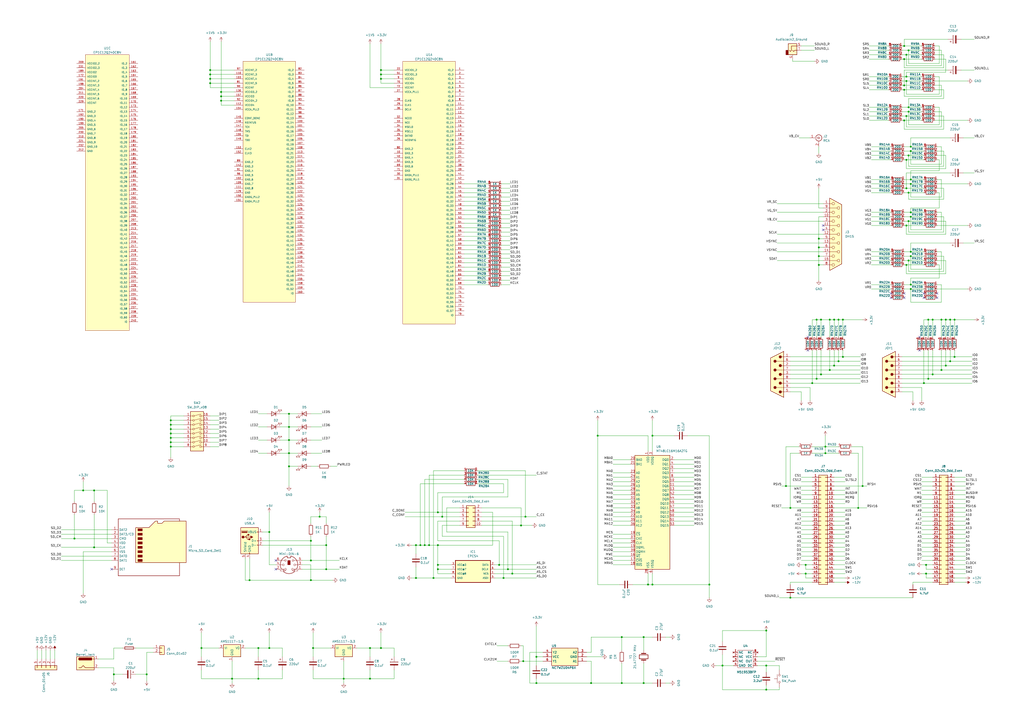
<source format=kicad_sch>
(kicad_sch (version 20230121) (generator eeschema)
  (paper "A2")
  (title_block (title "TRHMSX - The simple MSX2+ clone in FPGA") (date "2023-08-27") (rev "1.0") (company "The Retro Hacker") (comment 4 "TRHMSX v1.0"))
  (junction (at 458.47 346.71))
  (junction (at 43.18 312.42))
  (junction (at 167.64 247.65))
  (junction (at 220.98 375.92))
  (junction (at 528.32 85.09))
  (junction (at 185.42 299.72))
  (junction (at 467.36 332.74))
  (junction (at 527.05 128.27))
  (junction (at 538.48 185.42))
  (junction (at 524.51 26.67))
  (junction (at 528.32 125.73))
  (junction (at 297.18 332.74))
  (junction (at 524.51 34.29))
  (junction (at 149.86 375.92))
  (junction (at 488.95 207.01))
  (junction (at 121.92 48.26))
  (junction (at 116.84 375.92))
  (junction (at 478.79 262.89))
  (junction (at 254 316.23))
  (junction (at 528.32 104.14))
  (junction (at 128.27 53.34))
  (junction (at 180.34 325.12))
  (junction (at 455.93 281.94))
  (junction (at 156.21 308.61))
  (junction (at 524.51 52.07))
  (junction (at 458.47 294.64))
  (junction (at 214.63 393.7))
  (junction (at 167.64 255.27))
  (junction (at 528.32 146.05))
  (junction (at 220.98 40.64))
  (junction (at 524.51 49.53))
  (junction (at 548.64 212.09))
  (junction (at 473.71 185.42))
  (junction (at 85.09 391.16))
  (junction (at 551.18 185.42))
  (junction (at 525.78 46.99))
  (junction (at 99.06 243.84))
  (junction (at 243.84 316.23))
  (junction (at 342.9 396.24))
  (junction (at 128.27 55.88))
  (junction (at 254 297.18))
  (junction (at 444.5 365.76))
  (junction (at 167.64 262.89))
  (junction (at 553.72 207.01))
  (junction (at 528.32 148.59))
  (junction (at 303.53 383.54))
  (junction (at 375.92 339.09))
  (junction (at 546.1 185.42))
  (junction (at 144.78 336.55))
  (junction (at 378.46 339.09))
  (junction (at 66.04 391.16))
  (junction (at 121.92 43.18))
  (junction (at 373.38 369.57))
  (junction (at 486.41 209.55))
  (junction (at 471.17 222.25))
  (junction (at 99.06 254))
  (junction (at 128.27 58.42))
  (junction (at 535.94 222.25))
  (junction (at 99.06 251.46))
  (junction (at 548.64 185.42))
  (junction (at 99.06 259.08))
  (junction (at 497.84 294.64))
  (junction (at 419.1 386.08))
  (junction (at 378.46 252.73))
  (junction (at 444.5 400.05))
  (junction (at 541.02 185.42))
  (junction (at 488.95 185.42))
  (junction (at 360.68 369.57))
  (junction (at 99.06 256.54))
  (junction (at 189.23 316.23))
  (junction (at 121.92 45.72))
  (junction (at 525.78 130.81))
  (junction (at 251.46 335.28))
  (junction (at 294.64 330.2))
  (junction (at 478.79 259.08))
  (junction (at 121.92 40.64))
  (junction (at 180.34 336.55))
  (junction (at 411.48 339.09))
  (junction (at 551.18 209.55))
  (junction (at 48.26 284.48))
  (junction (at 474.98 138.43))
  (junction (at 483.87 185.42))
  (junction (at 524.51 69.85))
  (junction (at 149.86 393.7))
  (junction (at 254 327.66))
  (junction (at 525.78 153.67))
  (junction (at 486.41 185.42))
  (junction (at 527.05 111.76))
  (junction (at 346.71 252.73))
  (junction (at 289.56 327.66))
  (junction (at 528.32 123.19))
  (junction (at 246.38 316.23))
  (junction (at 99.06 248.92))
  (junction (at 474.98 153.67))
  (junction (at 538.48 219.71))
  (junction (at 525.78 92.71))
  (junction (at 254 330.2))
  (junction (at 525.78 67.31))
  (junction (at 476.25 217.17))
  (junction (at 181.61 375.92))
  (junction (at 528.32 165.1))
  (junction (at 528.32 87.63))
  (junction (at 248.92 316.23))
  (junction (at 304.8 299.72))
  (junction (at 292.1 335.28))
  (junction (at 537.21 332.74))
  (junction (at 134.62 393.7))
  (junction (at 156.21 375.92))
  (junction (at 311.15 381))
  (junction (at 167.64 270.51))
  (junction (at 302.26 304.8))
  (junction (at 199.39 393.7))
  (junction (at 527.05 62.23))
  (junction (at 474.98 143.51))
  (junction (at 311.15 396.24))
  (junction (at 525.78 109.22))
  (junction (at 527.05 29.21))
  (junction (at 483.87 212.09))
  (junction (at 525.78 31.75))
  (junction (at 241.3 316.23))
  (junction (at 525.78 44.45))
  (junction (at 500.38 281.94))
  (junction (at 527.05 90.17))
  (junction (at 167.64 240.03))
  (junction (at 481.33 185.42))
  (junction (at 527.05 151.13))
  (junction (at 546.1 214.63))
  (junction (at 537.21 327.66))
  (junction (at 553.72 185.42))
  (junction (at 481.33 214.63))
  (junction (at 527.05 64.77))
  (junction (at 373.38 396.24))
  (junction (at 189.23 330.2))
  (junction (at 241.3 335.28))
  (junction (at 476.25 185.42))
  (junction (at 444.5 386.08))
  (junction (at 541.02 217.17))
  (junction (at 180.34 313.69))
  (junction (at 528.32 106.68))
  (junction (at 256.54 299.72))
  (junction (at 360.68 396.24))
  (junction (at 473.71 219.71))
  (junction (at 54.61 317.5))
  (junction (at 220.98 43.18))
  (junction (at 467.36 327.66))
  (junction (at 54.61 284.48))
  (junction (at 220.98 45.72))
  (junction (at 214.63 375.92))
  (junction (at 528.32 167.64))
  (junction (at 474.98 148.59))
  (junction (at 99.06 246.38))
  (no_connect (at 477.52 133.35))
  (no_connect (at 543.56 172.72))
  (no_connect (at 524.51 170.18))
  (no_connect (at 535.94 170.18))
  (no_connect (at 533.4 203.2))
  (no_connect (at 160.02 330.2))
  (no_connect (at 477.52 130.81))
  (no_connect (at 524.51 172.72))
  (no_connect (at 533.4 195.58))
  (no_connect (at 468.63 203.2))
  (no_connect (at 516.89 172.72))
  (no_connect (at 64.77 330.2))
  (no_connect (at 543.56 170.18))
  (no_connect (at 535.94 172.72))
  (no_connect (at 468.63 195.58))
  (no_connect (at 160.02 325.12))
  (no_connect (at 516.89 170.18))
  (wire (pts (xy 535.94 222.25) (xy 563.88 222.25)))
  (wire (pts (xy 524.51 69.85) (xy 534.67 69.85)))
  (wire (pts (xy 355.6 276.86) (xy 365.76 276.86)))
  (wire (pts (xy 534.67 304.8) (xy 541.02 304.8)))
  (wire (pts (xy 543.56 104.14) (xy 546.1 104.14)))
  (wire (pts (xy 290.83 129.54) (xy 295.91 129.54)))
  (wire (pts (xy 391.16 292.1) (xy 402.59 292.1)))
  (wire (pts (xy 483.87 297.18) (xy 490.22 297.18)))
  (wire (pts (xy 302.26 304.8) (xy 308.61 304.8)))
  (wire (pts (xy 547.37 39.37) (xy 524.51 39.37)))
  (wire (pts (xy 99.06 248.92) (xy 106.68 248.92)))
  (wire (pts (xy 541.02 185.42) (xy 541.02 195.58)))
  (wire (pts (xy 474.98 125.73) (xy 474.98 138.43)))
  (wire (pts (xy 121.92 256.54) (xy 127 256.54)))
  (wire (pts (xy 304.8 299.72) (xy 311.15 299.72)))
  (wire (pts (xy 391.16 294.64) (xy 402.59 294.64)))
  (wire (pts (xy 54.61 298.45) (xy 54.61 317.5)))
  (wire (pts (xy 121.92 259.08) (xy 127 259.08)))
  (wire (pts (xy 346.71 243.84) (xy 346.71 252.73)))
  (wire (pts (xy 269.24 149.86) (xy 283.21 149.86)))
  (wire (pts (xy 254 316.23) (xy 254 327.66)))
  (wire (pts (xy 504.19 62.23) (xy 515.62 62.23)))
  (wire (pts (xy 544.83 26.67) (xy 544.83 36.83)))
  (wire (pts (xy 524.51 49.53) (xy 534.67 49.53)))
  (wire (pts (xy 523.24 64.77) (xy 527.05 64.77)))
  (wire (pts (xy 241.3 316.23) (xy 243.84 316.23)))
  (wire (pts (xy 467.36 327.66) (xy 471.17 327.66)))
  (wire (pts (xy 246.38 278.13) (xy 246.38 316.23)))
  (wire (pts (xy 476.25 185.42) (xy 476.25 195.58)))
  (wire (pts (xy 346.71 339.09) (xy 359.41 339.09)))
  (wire (pts (xy 488.95 185.42) (xy 500.38 185.42)))
  (wire (pts (xy 99.06 241.3) (xy 106.68 241.3)))
  (wire (pts (xy 290.83 160.02) (xy 295.91 160.02)))
  (wire (pts (xy 471.17 259.08) (xy 478.79 259.08)))
  (wire (pts (xy 391.16 271.78) (xy 402.59 271.78)))
  (wire (pts (xy 419.1 365.76) (xy 444.5 365.76)))
  (wire (pts (xy 543.56 90.17) (xy 548.64 90.17)))
  (wire (pts (xy 543.56 146.05) (xy 546.1 146.05)))
  (wire (pts (xy 528.32 175.26) (xy 528.32 167.64)))
  (wire (pts (xy 373.38 369.57) (xy 378.46 369.57)))
  (wire (pts (xy 542.29 69.85) (xy 561.34 69.85)))
  (wire (pts (xy 290.83 147.32) (xy 295.91 147.32)))
  (wire (pts (xy 458.47 209.55) (xy 486.41 209.55)))
  (wire (pts (xy 228.6 393.7) (xy 214.63 393.7)))
  (wire (pts (xy 269.24 134.62) (xy 283.21 134.62)))
  (wire (pts (xy 261.62 327.66) (xy 254 327.66)))
  (wire (pts (xy 241.3 335.28) (xy 251.46 335.28)))
  (wire (pts (xy 467.36 335.28) (xy 467.36 332.74)))
  (wire (pts (xy 523.24 214.63) (xy 546.1 214.63)))
  (wire (pts (xy 269.24 129.54) (xy 283.21 129.54)))
  (wire (pts (xy 156.21 308.61) (xy 156.21 327.66)))
  (wire (pts (xy 474.98 109.22) (xy 474.98 120.65)))
  (wire (pts (xy 254 297.18) (xy 266.7 297.18)))
  (wire (pts (xy 527.05 90.17) (xy 535.94 90.17)))
  (wire (pts (xy 121.92 40.64) (xy 121.92 24.13)))
  (wire (pts (xy 220.98 43.18) (xy 220.98 45.72)))
  (wire (pts (xy 21.59 377.19) (xy 21.59 382.27)))
  (wire (pts (xy 534.67 314.96) (xy 541.02 314.96)))
  (wire (pts (xy 534.67 325.12) (xy 541.02 325.12)))
  (wire (pts (xy 214.63 375.92) (xy 214.63 381)))
  (wire (pts (xy 290.83 154.94) (xy 295.91 154.94)))
  (wire (pts (xy 471.17 335.28) (xy 467.36 335.28)))
  (wire (pts (xy 342.9 378.46) (xy 342.9 369.57)))
  (wire (pts (xy 534.67 224.79) (xy 534.67 232.41)))
  (wire (pts (xy 525.78 153.67) (xy 535.94 153.67)))
  (wire (pts (xy 459.74 34.29) (xy 459.74 35.56)))
  (wire (pts (xy 464.82 289.56) (xy 471.17 289.56)))
  (wire (pts (xy 135.89 48.26) (xy 121.92 48.26)))
  (wire (pts (xy 523.24 31.75) (xy 525.78 31.75)))
  (wire (pts (xy 43.18 290.83) (xy 43.18 284.48)))
  (wire (pts (xy 504.19 44.45) (xy 515.62 44.45)))
  (wire (pts (xy 535.94 185.42) (xy 538.48 185.42)))
  (wire (pts (xy 546.1 104.14) (xy 546.1 114.3)))
  (wire (pts (xy 269.24 142.24) (xy 283.21 142.24)))
  (wire (pts (xy 269.24 280.67) (xy 243.84 280.67)))
  (wire (pts (xy 415.29 386.08) (xy 419.1 386.08)))
  (wire (pts (xy 505.46 123.19) (xy 516.89 123.19)))
  (wire (pts (xy 553.72 297.18) (xy 560.07 297.18)))
  (wire (pts (xy 534.67 322.58) (xy 541.02 322.58)))
  (wire (pts (xy 378.46 396.24) (xy 373.38 396.24)))
  (wire (pts (xy 180.34 336.55) (xy 193.04 336.55)))
  (wire (pts (xy 266.7 302.26) (xy 254 302.26)))
  (wire (pts (xy 471.17 222.25) (xy 499.11 222.25)))
  (wire (pts (xy 355.6 302.26) (xy 365.76 302.26)))
  (wire (pts (xy 43.18 298.45) (xy 43.18 312.42)))
  (wire (pts (xy 88.9 378.46) (xy 85.09 378.46)))
  (wire (pts (xy 535.94 195.58) (xy 535.94 185.42)))
  (wire (pts (xy 537.21 335.28) (xy 537.21 332.74)))
  (wire (pts (xy 549.91 22.86) (xy 524.51 22.86)))
  (wire (pts (xy 455.93 259.08) (xy 455.93 281.94)))
  (wire (pts (xy 180.34 327.66) (xy 180.34 336.55)))
  (wire (pts (xy 290.83 152.4) (xy 295.91 152.4)))
  (wire (pts (xy 543.56 109.22) (xy 547.37 109.22)))
  (wire (pts (xy 452.12 398.78) (xy 452.12 400.05)))
  (wire (pts (xy 486.41 203.2) (xy 486.41 209.55)))
  (wire (pts (xy 523.24 34.29) (xy 524.51 34.29)))
  (wire (pts (xy 474.98 148.59) (xy 477.52 148.59)))
  (wire (pts (xy 256.54 304.8) (xy 256.54 311.15)))
  (wire (pts (xy 543.56 148.59) (xy 547.37 148.59)))
  (wire (pts (xy 505.46 104.14) (xy 516.89 104.14)))
  (wire (pts (xy 180.34 311.15) (xy 180.34 313.69)))
  (wire (pts (xy 547.37 125.73) (xy 547.37 134.62)))
  (wire (pts (xy 528.32 140.97) (xy 528.32 146.05)))
  (wire (pts (xy 149.86 255.27) (xy 154.94 255.27)))
  (wire (pts (xy 464.82 304.8) (xy 471.17 304.8)))
  (wire (pts (xy 553.72 299.72) (xy 560.07 299.72)))
  (wire (pts (xy 355.6 312.42) (xy 365.76 312.42)))
  (wire (pts (xy 167.64 262.89) (xy 167.64 270.51)))
  (wire (pts (xy 528.32 165.1) (xy 535.94 165.1)))
  (wire (pts (xy 290.83 109.22) (xy 295.91 109.22)))
  (wire (pts (xy 544.83 153.67) (xy 544.83 161.29)))
  (wire (pts (xy 355.6 274.32) (xy 365.76 274.32)))
  (wire (pts (xy 355.6 309.88) (xy 365.76 309.88)))
  (wire (pts (xy 542.29 64.77) (xy 546.1 64.77)))
  (wire (pts (xy 464.82 284.48) (xy 471.17 284.48)))
  (wire (pts (xy 534.67 302.26) (xy 541.02 302.26)))
  (wire (pts (xy 134.62 393.7) (xy 134.62 396.24)))
  (wire (pts (xy 553.72 330.2) (xy 560.07 330.2)))
  (wire (pts (xy 450.85 118.11) (xy 477.52 118.11)))
  (wire (pts (xy 99.06 246.38) (xy 106.68 246.38)))
  (wire (pts (xy 294.64 278.13) (xy 294.64 288.29)))
  (wire (pts (xy 553.72 307.34) (xy 560.07 307.34)))
  (wire (pts (xy 542.29 49.53) (xy 546.1 49.53)))
  (wire (pts (xy 527.05 151.13) (xy 527.05 157.48)))
  (wire (pts (xy 269.24 119.38) (xy 283.21 119.38)))
  (wire (pts (xy 546.1 73.66) (xy 525.78 73.66)))
  (wire (pts (xy 54.61 284.48) (xy 54.61 290.83)))
  (wire (pts (xy 546.1 29.21) (xy 546.1 38.1)))
  (wire (pts (xy 48.26 284.48) (xy 48.26 279.4)))
  (wire (pts (xy 452.12 400.05) (xy 444.5 400.05)))
  (wire (pts (xy 355.6 289.56) (xy 365.76 289.56)))
  (wire (pts (xy 537.21 330.2) (xy 537.21 327.66)))
  (wire (pts (xy 483.87 212.09) (xy 499.11 212.09)))
  (wire (pts (xy 543.56 130.81) (xy 561.34 130.81)))
  (wire (pts (xy 355.6 327.66) (xy 365.76 327.66)))
  (wire (pts (xy 471.17 203.2) (xy 471.17 222.25)))
  (wire (pts (xy 175.26 327.66) (xy 180.34 327.66)))
  (wire (pts (xy 464.82 302.26) (xy 471.17 302.26)))
  (wire (pts (xy 290.83 149.86) (xy 295.91 149.86)))
  (wire (pts (xy 99.06 241.3) (xy 99.06 243.84)))
  (wire (pts (xy 525.78 44.45) (xy 534.67 44.45)))
  (wire (pts (xy 471.17 330.2) (xy 467.36 330.2)))
  (wire (pts (xy 391.16 269.24) (xy 402.59 269.24)))
  (wire (pts (xy 547.37 74.93) (xy 524.51 74.93)))
  (wire (pts (xy 99.06 251.46) (xy 106.68 251.46)))
  (wire (pts (xy 481.33 185.42) (xy 483.87 185.42)))
  (wire (pts (xy 505.46 148.59) (xy 516.89 148.59)))
  (wire (pts (xy 471.17 195.58) (xy 471.17 185.42)))
  (wire (pts (xy 269.24 160.02) (xy 283.21 160.02)))
  (wire (pts (xy 290.83 119.38) (xy 295.91 119.38)))
  (wire (pts (xy 266.7 294.64) (xy 259.08 294.64)))
  (wire (pts (xy 35.56 322.58) (xy 64.77 322.58)))
  (wire (pts (xy 504.19 34.29) (xy 515.62 34.29)))
  (wire (pts (xy 543.56 167.64) (xy 561.34 167.64)))
  (wire (pts (xy 504.19 67.31) (xy 515.62 67.31)))
  (wire (pts (xy 99.06 243.84) (xy 99.06 246.38)))
  (wire (pts (xy 523.24 217.17) (xy 541.02 217.17)))
  (wire (pts (xy 483.87 185.42) (xy 483.87 195.58)))
  (wire (pts (xy 220.98 40.64) (xy 220.98 43.18)))
  (wire (pts (xy 483.87 330.2) (xy 490.22 330.2)))
  (wire (pts (xy 525.78 31.75) (xy 534.67 31.75)))
  (wire (pts (xy 458.47 214.63) (xy 481.33 214.63)))
  (wire (pts (xy 453.39 281.94) (xy 455.93 281.94)))
  (wire (pts (xy 458.47 262.89) (xy 458.47 294.64)))
  (wire (pts (xy 546.1 175.26) (xy 528.32 175.26)))
  (wire (pts (xy 464.82 317.5) (xy 471.17 317.5)))
  (wire (pts (xy 290.83 114.3) (xy 295.91 114.3)))
  (wire (pts (xy 66.04 387.35) (xy 66.04 391.16)))
  (wire (pts (xy 167.64 240.03) (xy 172.72 240.03)))
  (wire (pts (xy 167.64 240.03) (xy 167.64 247.65)))
  (wire (pts (xy 444.5 400.05) (xy 419.1 400.05)))
  (wire (pts (xy 287.02 327.66) (xy 289.56 327.66)))
  (wire (pts (xy 504.19 49.53) (xy 515.62 49.53)))
  (wire (pts (xy 464.82 320.04) (xy 471.17 320.04)))
  (wire (pts (xy 483.87 185.42) (xy 486.41 185.42)))
  (wire (pts (xy 116.84 375.92) (xy 127 375.92)))
  (wire (pts (xy 500.38 259.08) (xy 500.38 281.94)))
  (wire (pts (xy 504.19 52.07) (xy 515.62 52.07)))
  (wire (pts (xy 527.05 36.83) (xy 527.05 29.21)))
  (wire (pts (xy 175.26 330.2) (xy 189.23 330.2)))
  (wire (pts (xy 172.72 262.89) (xy 167.64 262.89)))
  (wire (pts (xy 528.32 99.06) (xy 528.32 104.14)))
  (wire (pts (xy 546.1 55.88) (xy 524.51 55.88)))
  (wire (pts (xy 553.72 332.74) (xy 560.07 332.74)))
  (wire (pts (xy 180.34 299.72) (xy 185.42 299.72)))
  (wire (pts (xy 538.48 185.42) (xy 541.02 185.42)))
  (wire (pts (xy 116.84 393.7) (xy 134.62 393.7)))
  (wire (pts (xy 546.1 38.1) (xy 525.78 38.1)))
  (wire (pts (xy 497.84 262.89) (xy 497.84 294.64)))
  (wire (pts (xy 528.32 114.3) (xy 528.32 106.68)))
  (wire (pts (xy 537.21 327.66) (xy 541.02 327.66)))
  (wire (pts (xy 464.82 314.96) (xy 471.17 314.96)))
  (wire (pts (xy 459.74 35.56) (xy 472.44 35.56)))
  (wire (pts (xy 463.55 262.89) (xy 458.47 262.89)))
  (wire (pts (xy 546.1 85.09) (xy 546.1 95.25)))
  (wire (pts (xy 483.87 287.02) (xy 490.22 287.02)))
  (wire (pts (xy 342.9 369.57) (xy 360.68 369.57)))
  (wire (pts (xy 241.3 328.93) (xy 241.3 335.28)))
  (wire (pts (xy 269.24 106.68) (xy 283.21 106.68)))
  (wire (pts (xy 24.13 377.19) (xy 24.13 382.27)))
  (wire (pts (xy 311.15 396.24) (xy 342.9 396.24)))
  (wire (pts (xy 276.86 275.59) (xy 311.15 275.59)))
  (wire (pts (xy 483.87 335.28) (xy 490.22 335.28)))
  (wire (pts (xy 483.87 276.86) (xy 490.22 276.86)))
  (wire (pts (xy 525.78 54.61) (xy 525.78 46.99)))
  (wire (pts (xy 248.92 316.23) (xy 254 316.23)))
  (wire (pts (xy 378.46 252.73) (xy 378.46 261.62)))
  (wire (pts (xy 62.23 284.48) (xy 54.61 284.48)))
  (wire (pts (xy 378.46 243.84) (xy 378.46 252.73)))
  (wire (pts (xy 290.83 142.24) (xy 295.91 142.24)))
  (wire (pts (xy 207.01 375.92) (xy 214.63 375.92)))
  (wire (pts (xy 85.09 378.46) (xy 85.09 391.16)))
  (wire (pts (xy 269.24 116.84) (xy 283.21 116.84)))
  (wire (pts (xy 391.16 266.7) (xy 402.59 266.7)))
  (wire (pts (xy 220.98 45.72) (xy 228.6 45.72)))
  (wire (pts (xy 524.51 69.85) (xy 524.51 74.93)))
  (wire (pts (xy 35.56 309.88) (xy 64.77 309.88)))
  (wire (pts (xy 524.51 52.07) (xy 534.67 52.07)))
  (wire (pts (xy 543.56 85.09) (xy 546.1 85.09)))
  (wire (pts (xy 547.37 52.07) (xy 547.37 57.15)))
  (wire (pts (xy 78.74 375.92) (xy 88.9 375.92)))
  (wire (pts (xy 180.34 303.53) (xy 180.34 299.72)))
  (wire (pts (xy 548.64 203.2) (xy 548.64 212.09)))
  (wire (pts (xy 307.34 378.46) (xy 314.96 378.46)))
  (wire (pts (xy 66.04 375.92) (xy 71.12 375.92)))
  (wire (pts (xy 99.06 256.54) (xy 99.06 259.08)))
  (wire (pts (xy 116.84 388.62) (xy 116.84 393.7)))
  (wire (pts (xy 269.24 127) (xy 283.21 127)))
  (wire (pts (xy 269.24 275.59) (xy 248.92 275.59)))
  (wire (pts (xy 149.86 262.89) (xy 154.94 262.89)))
  (wire (pts (xy 135.89 60.96) (xy 128.27 60.96)))
  (wire (pts (xy 534.67 312.42) (xy 541.02 312.42)))
  (wire (pts (xy 523.24 209.55) (xy 551.18 209.55)))
  (wire (pts (xy 290.83 121.92) (xy 295.91 121.92)))
  (wire (pts (xy 254 316.23) (xy 285.75 316.23)))
  (wire (pts (xy 543.56 125.73) (xy 547.37 125.73)))
  (wire (pts (xy 453.39 294.64) (xy 458.47 294.64)))
  (wire (pts (xy 473.71 185.42) (xy 476.25 185.42)))
  (wire (pts (xy 181.61 375.92) (xy 181.61 381)))
  (wire (pts (xy 220.98 43.18) (xy 228.6 43.18)))
  (wire (pts (xy 548.64 128.27) (xy 548.64 135.89)))
  (wire (pts (xy 121.92 43.18) (xy 121.92 40.64)))
  (wire (pts (xy 116.84 375.92) (xy 116.84 381)))
  (wire (pts (xy 476.25 217.17) (xy 499.11 217.17)))
  (wire (pts (xy 538.48 203.2) (xy 538.48 219.71)))
  (wire (pts (xy 542.29 44.45) (xy 544.83 44.45)))
  (wire (pts (xy 504.19 69.85) (xy 515.62 69.85)))
  (wire (pts (xy 544.83 161.29) (xy 528.32 161.29)))
  (wire (pts (xy 43.18 284.48) (xy 48.26 284.48)))
  (wire (pts (xy 228.6 388.62) (xy 228.6 393.7)))
  (wire (pts (xy 156.21 367.03) (xy 156.21 375.92)))
  (wire (pts (xy 256.54 288.29) (xy 256.54 299.72)))
  (wire (pts (xy 35.56 317.5) (xy 54.61 317.5)))
  (wire (pts (xy 355.6 284.48) (xy 365.76 284.48)))
  (wire (pts (xy 220.98 48.26) (xy 220.98 45.72)))
  (wire (pts (xy 279.4 294.64) (xy 302.26 294.64)))
  (wire (pts (xy 483.87 299.72) (xy 490.22 299.72)))
  (wire (pts (xy 464.82 26.67) (xy 472.44 26.67)))
  (wire (pts (xy 121.92 45.72) (xy 121.92 43.18)))
  (wire (pts (xy 444.5 381) (xy 439.42 381)))
  (wire (pts (xy 251.46 335.28) (xy 261.62 335.28)))
  (wire (pts (xy 175.26 325.12) (xy 180.34 325.12)))
  (wire (pts (xy 523.24 207.01) (xy 553.72 207.01)))
  (wire (pts (xy 99.06 248.92) (xy 99.06 251.46)))
  (wire (pts (xy 557.53 22.86) (xy 565.15 22.86)))
  (wire (pts (xy 355.6 266.7) (xy 365.76 266.7)))
  (wire (pts (xy 66.04 391.16) (xy 71.12 391.16)))
  (wire (pts (xy 558.8 80.01) (xy 565.15 80.01)))
  (wire (pts (xy 290.83 127) (xy 295.91 127)))
  (wire (pts (xy 543.56 128.27) (xy 548.64 128.27)))
  (wire (pts (xy 297.18 302.26) (xy 297.18 332.74)))
  (wire (pts (xy 386.08 396.24) (xy 388.62 396.24)))
  (wire (pts (xy 527.05 128.27) (xy 535.94 128.27)))
  (wire (pts (xy 483.87 304.8) (xy 490.22 304.8)))
  (wire (pts (xy 553.72 304.8) (xy 560.07 304.8)))
  (wire (pts (xy 375.92 339.09) (xy 367.03 339.09)))
  (wire (pts (xy 269.24 157.48) (xy 283.21 157.48)))
  (wire (pts (xy 135.89 43.18) (xy 121.92 43.18)))
  (wire (pts (xy 534.67 299.72) (xy 541.02 299.72)))
  (wire (pts (xy 355.6 297.18) (xy 365.76 297.18)))
  (wire (pts (xy 458.47 294.64) (xy 471.17 294.64)))
  (wire (pts (xy 541.02 185.42) (xy 546.1 185.42)))
  (wire (pts (xy 547.37 57.15) (xy 527.05 57.15)))
  (wire (pts (xy 162.56 262.89) (xy 167.64 262.89)))
  (wire (pts (xy 444.5 386.08) (xy 452.12 386.08)))
  (wire (pts (xy 547.37 115.57) (xy 527.05 115.57)))
  (wire (pts (xy 66.04 382.27) (xy 66.04 375.92)))
  (wire (pts (xy 538.48 219.71) (xy 563.88 219.71)))
  (wire (pts (xy 525.78 109.22) (xy 535.94 109.22)))
  (wire (pts (xy 292.1 335.28) (xy 311.15 335.28)))
  (wire (pts (xy 505.46 87.63) (xy 516.89 87.63)))
  (wire (pts (xy 546.1 123.19) (xy 546.1 133.35)))
  (wire (pts (xy 391.16 252.73) (xy 378.46 252.73)))
  (wire (pts (xy 386.08 369.57) (xy 388.62 369.57)))
  (wire (pts (xy 391.16 297.18) (xy 402.59 297.18)))
  (wire (pts (xy 149.86 388.62) (xy 149.86 393.7)))
  (wire (pts (xy 444.5 386.08) (xy 444.5 389.89)))
  (wire (pts (xy 525.78 41.91) (xy 525.78 44.45)))
  (wire (pts (xy 287.02 335.28) (xy 292.1 335.28)))
  (wire (pts (xy 547.37 134.62) (xy 527.05 134.62)))
  (wire (pts (xy 287.02 330.2) (xy 294.64 330.2)))
  (wire (pts (xy 254 302.26) (xy 254 313.69)))
  (wire (pts (xy 167.64 247.65) (xy 172.72 247.65)))
  (wire (pts (xy 529.59 337.82) (xy 529.59 339.09)))
  (wire (pts (xy 524.51 39.37) (xy 524.51 34.29)))
  (wire (pts (xy 189.23 330.2) (xy 196.85 330.2)))
  (wire (pts (xy 546.1 114.3) (xy 528.32 114.3)))
  (wire (pts (xy 180.34 247.65) (xy 186.69 247.65)))
  (wire (pts (xy 473.71 185.42) (xy 473.71 195.58)))
  (wire (pts (xy 181.61 375.92) (xy 191.77 375.92)))
  (wire (pts (xy 504.19 29.21) (xy 515.62 29.21)))
  (wire (pts (xy 544.83 62.23) (xy 544.83 72.39)))
  (wire (pts (xy 444.5 397.51) (xy 444.5 400.05)))
  (wire (pts (xy 544.83 92.71) (xy 544.83 99.06)))
  (wire (pts (xy 553.72 289.56) (xy 560.07 289.56)))
  (wire (pts (xy 290.83 162.56) (xy 295.91 162.56)))
  (wire (pts (xy 243.84 316.23) (xy 246.38 316.23)))
  (wire (pts (xy 411.48 339.09) (xy 411.48 346.71)))
  (wire (pts (xy 458.47 227.33) (xy 464.82 227.33)))
  (wire (pts (xy 524.51 34.29) (xy 534.67 34.29)))
  (wire (pts (xy 35.56 312.42) (xy 43.18 312.42)))
  (wire (pts (xy 483.87 281.94) (xy 500.38 281.94)))
  (wire (pts (xy 121.92 248.92) (xy 127 248.92)))
  (wire (pts (xy 311.15 393.7) (xy 311.15 396.24)))
  (wire (pts (xy 29.21 377.19) (xy 29.21 382.27)))
  (wire (pts (xy 116.84 367.03) (xy 116.84 375.92)))
  (wire (pts (xy 483.87 332.74) (xy 490.22 332.74)))
  (wire (pts (xy 269.24 278.13) (xy 246.38 278.13)))
  (wire (pts (xy 534.67 276.86) (xy 541.02 276.86)))
  (wire (pts (xy 527.05 151.13) (xy 535.94 151.13)))
  (wire (pts (xy 528.32 133.35) (xy 528.32 125.73)))
  (wire (pts (xy 238.76 335.28) (xy 241.3 335.28)))
  (wire (pts (xy 307.34 378.46) (xy 307.34 396.24)))
  (wire (pts (xy 35.56 325.12) (xy 64.77 325.12)))
  (wire (pts (xy 464.82 312.42) (xy 471.17 312.42)))
  (wire (pts (xy 99.06 243.84) (xy 106.68 243.84)))
  (wire (pts (xy 290.83 116.84) (xy 295.91 116.84)))
  (wire (pts (xy 254 285.75) (xy 254 297.18)))
  (wire (pts (xy 523.24 62.23) (xy 527.05 62.23)))
  (wire (pts (xy 31.75 377.19) (xy 31.75 382.27)))
  (wire (pts (xy 189.23 316.23) (xy 189.23 330.2)))
  (wire (pts (xy 185.42 299.72) (xy 185.42 297.18)))
  (wire (pts (xy 473.71 219.71) (xy 499.11 219.71)))
  (wire (pts (xy 547.37 96.52) (xy 527.05 96.52)))
  (wire (pts (xy 474.98 143.51) (xy 474.98 148.59)))
  (wire (pts (xy 391.16 299.72) (xy 402.59 299.72)))
  (wire (pts (xy 546.1 185.42) (xy 548.64 185.42)))
  (wire (pts (xy 524.51 151.13) (xy 527.05 151.13)))
  (wire (pts (xy 494.03 259.08) (xy 500.38 259.08)))
  (wire (pts (xy 542.29 26.67) (xy 544.83 26.67)))
  (wire (pts (xy 121.92 254) (xy 127 254)))
  (wire (pts (xy 542.29 31.75) (xy 547.37 31.75)))
  (wire (pts (xy 483.87 327.66) (xy 490.22 327.66)))
  (wire (pts (xy 450.85 123.19) (xy 477.52 123.19)))
  (wire (pts (xy 527.05 57.15) (xy 527.05 62.23)))
  (wire (pts (xy 529.59 227.33) (xy 529.59 232.41)))
  (wire (pts (xy 419.1 386.08) (xy 425.45 386.08)))
  (wire (pts (xy 269.24 273.05) (xy 251.46 273.05)))
  (wire (pts (xy 464.82 299.72) (xy 471.17 299.72)))
  (wire (pts (xy 546.1 146.05) (xy 546.1 156.21)))
  (wire (pts (xy 373.38 377.19) (xy 373.38 369.57)))
  (wire (pts (xy 439.42 383.54) (xy 449.58 383.54)))
  (wire (pts (xy 535.94 203.2) (xy 535.94 222.25)))
  (wire (pts (xy 523.24 44.45) (xy 525.78 44.45)))
  (wire (pts (xy 553.72 309.88) (xy 560.07 309.88)))
  (wire (pts (xy 467.36 330.2) (xy 467.36 327.66)))
  (wire (pts (xy 458.47 222.25) (xy 471.17 222.25)))
  (wire (pts (xy 553.72 185.42) (xy 553.72 195.58)))
  (wire (pts (xy 471.17 185.42) (xy 473.71 185.42)))
  (wire (pts (xy 99.06 254) (xy 106.68 254)))
  (wire (pts (xy 474.98 85.09) (xy 474.98 88.9)))
  (wire (pts (xy 452.12 346.71) (xy 458.47 346.71)))
  (wire (pts (xy 548.64 97.79) (xy 525.78 97.79)))
  (wire (pts (xy 360.68 384.81) (xy 360.68 396.24)))
  (wire (pts (xy 220.98 367.03) (xy 220.98 375.92)))
  (wire (pts (xy 483.87 203.2) (xy 483.87 212.09)))
  (wire (pts (xy 553.72 327.66) (xy 560.07 327.66)))
  (wire (pts (xy 121.92 241.3) (xy 127 241.3)))
  (wire (pts (xy 483.87 322.58) (xy 490.22 322.58)))
  (wire (pts (xy 189.23 303.53) (xy 189.23 299.72)))
  (wire (pts (xy 534.67 294.64) (xy 541.02 294.64)))
  (wire (pts (xy 279.4 299.72) (xy 304.8 299.72)))
  (wire (pts (xy 261.62 332.74) (xy 254 332.74)))
  (wire (pts (xy 99.06 259.08) (xy 99.06 265.43)))
  (wire (pts (xy 528.32 123.19) (xy 535.94 123.19)))
  (wire (pts (xy 527.05 115.57) (xy 527.05 111.76)))
  (wire (pts (xy 525.78 67.31) (xy 525.78 73.66)))
  (wire (pts (xy 220.98 40.64) (xy 228.6 40.64)))
  (wire (pts (xy 144.78 323.85) (xy 144.78 336.55)))
  (wire (pts (xy 303.53 374.65) (xy 303.53 383.54)))
  (wire (pts (xy 544.83 120.65) (xy 528.32 120.65)))
  (wire (pts (xy 290.83 157.48) (xy 295.91 157.48)))
  (wire (pts (xy 523.24 29.21) (xy 527.05 29.21)))
  (wire (pts (xy 543.56 111.76) (xy 544.83 111.76)))
  (wire (pts (xy 452.12 386.08) (xy 452.12 388.62)))
  (wire (pts (xy 156.21 327.66) (xy 160.02 327.66)))
  (wire (pts (xy 505.46 125.73) (xy 516.89 125.73)))
  (wire (pts (xy 355.6 294.64) (xy 365.76 294.64)))
  (wire (pts (xy 546.1 165.1) (xy 546.1 175.26)))
  (wire (pts (xy 525.78 100.33) (xy 525.78 109.22)))
  (wire (pts (xy 304.8 273.05) (xy 304.8 299.72)))
  (wire (pts (xy 464.82 292.1) (xy 471.17 292.1)))
  (wire (pts (xy 548.64 34.29) (xy 548.64 41.91)))
  (wire (pts (xy 523.24 26.67) (xy 524.51 26.67)))
  (wire (pts (xy 180.34 255.27) (xy 186.69 255.27)))
  (wire (pts (xy 269.24 121.92) (xy 283.21 121.92)))
  (wire (pts (xy 557.53 40.64) (xy 565.15 40.64)))
  (wire (pts (xy 234.95 299.72) (xy 256.54 299.72)))
  (wire (pts (xy 450.85 146.05) (xy 477.52 146.05)))
  (wire (pts (xy 505.46 106.68) (xy 516.89 106.68)))
  (wire (pts (xy 62.23 314.96) (xy 62.23 284.48)))
  (wire (pts (xy 544.83 36.83) (xy 527.05 36.83)))
  (wire (pts (xy 478.79 252.73) (xy 478.79 259.08)))
  (wire (pts (xy 64.77 320.04) (xy 48.26 320.04)))
  (wire (pts (xy 523.24 224.79) (xy 534.67 224.79)))
  (wire (pts (xy 289.56 327.66) (xy 311.15 327.66)))
  (wire (pts (xy 149.86 375.92) (xy 149.86 381)))
  (wire (pts (xy 419.1 379.73) (xy 419.1 386.08)))
  (wire (pts (xy 128.27 58.42) (xy 128.27 55.88)))
  (wire (pts (xy 142.24 336.55) (xy 144.78 336.55)))
  (wire (pts (xy 355.6 322.58) (xy 365.76 322.58)))
  (wire (pts (xy 504.19 31.75) (xy 515.62 31.75)))
  (wire (pts (xy 391.16 302.26) (xy 402.59 302.26)))
  (wire (pts (xy 64.77 314.96) (xy 62.23 314.96)))
  (wire (pts (xy 180.34 240.03) (xy 186.69 240.03)))
  (wire (pts (xy 524.51 92.71) (xy 525.78 92.71)))
  (wire (pts (xy 544.83 92.71) (xy 543.56 92.71)))
  (wire (pts (xy 57.15 387.35) (xy 66.04 387.35)))
  (wire (pts (xy 524.51 87.63) (xy 528.32 87.63)))
  (wire (pts (xy 541.02 330.2) (xy 537.21 330.2)))
  (wire (pts (xy 279.4 297.18) (xy 285.75 297.18)))
  (wire (pts (xy 551.18 185.42) (xy 553.72 185.42)))
  (wire (pts (xy 269.24 154.94) (xy 283.21 154.94)))
  (wire (pts (xy 290.83 137.16) (xy 295.91 137.16)))
  (wire (pts (xy 528.32 106.68) (xy 535.94 106.68)))
  (wire (pts (xy 360.68 369.57) (xy 373.38 369.57)))
  (wire (pts (xy 214.63 50.8) (xy 214.63 25.4)))
  (wire (pts (xy 411.48 252.73) (xy 398.78 252.73)))
  (wire (pts (xy 269.24 144.78) (xy 283.21 144.78)))
  (wire (pts (xy 254 332.74) (xy 254 330.2)))
  (wire (pts (xy 553.72 292.1) (xy 560.07 292.1)))
  (wire (pts (xy 546.1 214.63) (xy 563.88 214.63)))
  (wire (pts (xy 474.98 138.43) (xy 474.98 143.51)))
  (wire (pts (xy 464.82 325.12) (xy 471.17 325.12)))
  (wire (pts (xy 180.34 270.51) (xy 184.15 270.51)))
  (wire (pts (xy 524.51 167.64) (xy 528.32 167.64)))
  (wire (pts (xy 135.89 40.64) (xy 121.92 40.64)))
  (wire (pts (xy 290.83 124.46) (xy 295.91 124.46)))
  (wire (pts (xy 548.64 158.75) (xy 525.78 158.75)))
  (wire (pts (xy 464.82 287.02) (xy 471.17 287.02)))
  (wire (pts (xy 464.82 279.4) (xy 471.17 279.4)))
  (wire (pts (xy 483.87 337.82) (xy 490.22 337.82)))
  (wire (pts (xy 523.24 69.85) (xy 524.51 69.85)))
  (wire (pts (xy 355.6 314.96) (xy 365.76 314.96)))
  (wire (pts (xy 276.86 273.05) (xy 304.8 273.05)))
  (wire (pts (xy 553.72 312.42) (xy 560.07 312.42)))
  (wire (pts (xy 524.51 90.17) (xy 527.05 90.17)))
  (wire (pts (xy 548.64 212.09) (xy 563.88 212.09)))
  (wire (pts (xy 483.87 284.48) (xy 490.22 284.48)))
  (wire (pts (xy 534.67 297.18) (xy 541.02 297.18)))
  (wire (pts (xy 297.18 332.74) (xy 311.15 332.74)))
  (wire (pts (xy 524.51 146.05) (xy 528.32 146.05)))
  (wire (pts (xy 483.87 312.42) (xy 490.22 312.42)))
  (wire (pts (xy 528.32 140.97) (xy 551.18 140.97)))
  (wire (pts (xy 551.18 209.55) (xy 563.88 209.55)))
  (wire (pts (xy 548.64 90.17) (xy 548.64 97.79)))
  (wire (pts (xy 228.6 381) (xy 228.6 375.92)))
  (wire (pts (xy 525.78 97.79) (xy 525.78 92.71)))
  (wire (pts (xy 541.02 335.28) (xy 537.21 335.28)))
  (wire (pts (xy 464.82 332.74) (xy 467.36 332.74)))
  (wire (pts (xy 463.55 259.08) (xy 455.93 259.08)))
  (wire (pts (xy 547.37 109.22) (xy 547.37 115.57)))
  (wire (pts (xy 474.98 138.43) (xy 477.52 138.43)))
  (wire (pts (xy 528.32 80.01) (xy 528.32 85.09)))
  (wire (pts (xy 546.1 49.53) (xy 546.1 55.88)))
  (wire (pts (xy 483.87 279.4) (xy 490.22 279.4)))
  (wire (pts (xy 505.46 165.1) (xy 516.89 165.1)))
  (wire (pts (xy 477.52 125.73) (xy 474.98 125.73)))
  (wire (pts (xy 541.02 217.17) (xy 563.88 217.17)))
  (wire (pts (xy 534.67 317.5) (xy 541.02 317.5)))
  (wire (pts (xy 259.08 294.64) (xy 259.08 308.61)))
  (wire (pts (xy 411.48 252.73) (xy 411.48 339.09)))
  (wire (pts (xy 355.6 269.24) (xy 365.76 269.24)))
  (wire (pts (xy 486.41 185.42) (xy 486.41 195.58)))
  (wire (pts (xy 527.05 64.77) (xy 534.67 64.77)))
  (wire (pts (xy 464.82 29.21) (xy 472.44 29.21)))
  (wire (pts (xy 35.56 307.34) (xy 64.77 307.34)))
  (wire (pts (xy 505.46 111.76) (xy 516.89 111.76)))
  (wire (pts (xy 355.6 281.94) (xy 365.76 281.94)))
  (wire (pts (xy 373.38 384.81) (xy 373.38 396.24)))
  (wire (pts (xy 524.51 148.59) (xy 528.32 148.59)))
  (wire (pts (xy 355.6 304.8) (xy 365.76 304.8)))
  (wire (pts (xy 256.54 299.72) (xy 266.7 299.72)))
  (wire (pts (xy 391.16 289.56) (xy 402.59 289.56)))
  (wire (pts (xy 534.67 287.02) (xy 541.02 287.02)))
  (wire (pts (xy 455.93 281.94) (xy 471.17 281.94)))
  (wire (pts (xy 553.72 320.04) (xy 560.07 320.04)))
  (wire (pts (xy 473.71 203.2) (xy 473.71 219.71)))
  (wire (pts (xy 290.83 144.78) (xy 295.91 144.78)))
  (wire (pts (xy 543.56 123.19) (xy 546.1 123.19)))
  (wire (pts (xy 534.67 281.94) (xy 541.02 281.94)))
  (wire (pts (xy 307.34 396.24) (xy 311.15 396.24)))
  (wire (pts (xy 525.78 38.1) (xy 525.78 31.75)))
  (wire (pts (xy 152.4 313.69) (xy 180.34 313.69)))
  (wire (pts (xy 54.61 317.5) (xy 64.77 317.5)))
  (wire (pts (xy 269.24 165.1) (xy 283.21 165.1)))
  (wire (pts (xy 528.32 156.21) (xy 528.32 148.59)))
  (wire (pts (xy 458.47 346.71) (xy 529.59 346.71)))
  (wire (pts (xy 290.83 165.1) (xy 295.91 165.1)))
  (wire (pts (xy 549.91 40.64) (xy 524.51 40.64)))
  (wire (pts (xy 220.98 25.4) (xy 220.98 40.64)))
  (wire (pts (xy 523.24 212.09) (xy 548.64 212.09)))
  (wire (pts (xy 528.32 125.73) (xy 535.94 125.73)))
  (wire (pts (xy 303.53 383.54) (xy 314.96 383.54)))
  (wire (pts (xy 528.32 148.59) (xy 535.94 148.59)))
  (wire (pts (xy 279.4 302.26) (xy 297.18 302.26)))
  (wire (pts (xy 524.51 123.19) (xy 528.32 123.19)))
  (wire (pts (xy 546.1 95.25) (xy 528.32 95.25)))
  (wire (pts (xy 547.37 67.31) (xy 547.37 74.93)))
  (wire (pts (xy 523.24 219.71) (xy 538.48 219.71)))
  (wire (pts (xy 528.32 167.64) (xy 535.94 167.64)))
  (wire (pts (xy 463.55 80.01) (xy 469.9 80.01)))
  (wire (pts (xy 135.89 50.8) (xy 121.92 50.8)))
  (wire (pts (xy 528.32 161.29) (xy 528.32 165.1)))
  (wire (pts (xy 505.46 90.17) (xy 516.89 90.17)))
  (wire (pts (xy 558.8 140.97) (xy 565.15 140.97)))
  (wire (pts (xy 544.83 99.06) (xy 528.32 99.06)))
  (wire (pts (xy 311.15 381) (xy 311.15 386.08)))
  (wire (pts (xy 551.18 80.01) (xy 528.32 80.01)))
  (wire (pts (xy 162.56 240.03) (xy 167.64 240.03)))
  (wire (pts (xy 340.36 378.46) (xy 342.9 378.46)))
  (wire (pts (xy 128.27 53.34) (xy 128.27 24.13)))
  (wire (pts (xy 269.24 152.4) (xy 283.21 152.4)))
  (wire (pts (xy 269.24 139.7) (xy 283.21 139.7)))
  (wire (pts (xy 474.98 153.67) (xy 474.98 162.56)))
  (wire (pts (xy 261.62 330.2) (xy 254 330.2)))
  (wire (pts (xy 547.37 157.48) (xy 527.05 157.48)))
  (wire (pts (xy 505.46 130.81) (xy 516.89 130.81)))
  (wire (pts (xy 524.51 111.76) (xy 527.05 111.76)))
  (wire (pts (xy 355.6 299.72) (xy 365.76 299.72)))
  (wire (pts (xy 121.92 50.8) (xy 121.92 48.26)))
  (wire (pts (xy 527.05 96.52) (xy 527.05 90.17)))
  (wire (pts (xy 135.89 45.72) (xy 121.92 45.72)))
  (wire (pts (xy 546.1 156.21) (xy 528.32 156.21)))
  (wire (pts (xy 548.64 185.42) (xy 548.64 195.58)))
  (wire (pts (xy 391.16 279.4) (xy 402.59 279.4)))
  (wire (pts (xy 342.9 383.54) (xy 340.36 383.54)))
  (wire (pts (xy 483.87 320.04) (xy 490.22 320.04)))
  (wire (pts (xy 269.24 162.56) (xy 283.21 162.56)))
  (wire (pts (xy 290.83 111.76) (xy 295.91 111.76)))
  (wire (pts (xy 478.79 259.08) (xy 486.41 259.08)))
  (wire (pts (xy 254 313.69) (xy 289.56 313.69)))
  (wire (pts (xy 467.36 332.74) (xy 471.17 332.74)))
  (wire (pts (xy 528.32 104.14) (xy 535.94 104.14)))
  (wire (pts (xy 290.83 106.68) (xy 295.91 106.68)))
  (wire (pts (xy 494.03 262.89) (xy 497.84 262.89)))
  (wire (pts (xy 355.6 320.04) (xy 365.76 320.04)))
  (wire (pts (xy 314.96 381) (xy 311.15 381)))
  (wire (pts (xy 163.83 381) (xy 163.83 375.92)))
  (wire (pts (xy 534.67 327.66) (xy 537.21 327.66)))
  (wire (pts (xy 474.98 153.67) (xy 477.52 153.67)))
  (wire (pts (xy 525.78 67.31) (xy 534.67 67.31)))
  (wire (pts (xy 162.56 247.65) (xy 167.64 247.65)))
  (wire (pts (xy 290.83 139.7) (xy 295.91 139.7)))
  (wire (pts (xy 524.51 22.86) (xy 524.51 26.67)))
  (wire (pts (xy 548.64 185.42) (xy 551.18 185.42)))
  (wire (pts (xy 346.71 339.09) (xy 346.71 252.73)))
  (wire (pts (xy 524.51 165.1) (xy 528.32 165.1)))
  (wire (pts (xy 524.51 153.67) (xy 525.78 153.67)))
  (wire (pts (xy 541.02 203.2) (xy 541.02 217.17)))
  (wire (pts (xy 548.64 41.91) (xy 525.78 41.91)))
  (wire (pts (xy 135.89 53.34) (xy 128.27 53.34)))
  (wire (pts (xy 525.78 158.75) (xy 525.78 153.67)))
  (wire (pts (xy 269.24 124.46) (xy 283.21 124.46)))
  (wire (pts (xy 99.06 259.08) (xy 106.68 259.08)))
  (wire (pts (xy 134.62 383.54) (xy 134.62 393.7)))
  (wire (pts (xy 525.78 130.81) (xy 525.78 135.89)))
  (wire (pts (xy 537.21 332.74) (xy 541.02 332.74)))
  (wire (pts (xy 375.92 332.74) (xy 375.92 339.09)))
  (wire (pts (xy 488.95 185.42) (xy 488.95 195.58)))
  (wire (pts (xy 391.16 274.32) (xy 402.59 274.32)))
  (wire (pts (xy 543.56 165.1) (xy 546.1 165.1)))
  (wire (pts (xy 128.27 55.88) (xy 128.27 53.34)))
  (wire (pts (xy 294.64 288.29) (xy 256.54 288.29)))
  (wire (pts (xy 391.16 284.48) (xy 402.59 284.48)))
  (wire (pts (xy 458.47 207.01) (xy 488.95 207.01)))
  (wire (pts (xy 534.67 332.74) (xy 537.21 332.74)))
  (wire (pts (xy 241.3 321.31) (xy 241.3 316.23)))
  (wire (pts (xy 241.3 316.23) (xy 238.76 316.23)))
  (wire (pts (xy 163.83 393.7) (xy 149.86 393.7)))
  (wire (pts (xy 302.26 294.64) (xy 302.26 304.8)))
  (wire (pts (xy 553.72 314.96) (xy 560.07 314.96)))
  (wire (pts (xy 542.29 34.29) (xy 548.64 34.29)))
  (wire (pts (xy 360.68 377.19) (xy 360.68 369.57)))
  (wire (pts (xy 458.47 212.09) (xy 483.87 212.09)))
  (wire (pts (xy 121.92 251.46) (xy 127 251.46)))
  (wire (pts (xy 551.18 203.2) (xy 551.18 209.55)))
  (wire (pts (xy 228.6 50.8) (xy 214.63 50.8)))
  (wire (pts (xy 546.1 203.2) (xy 546.1 214.63)))
  (wire (pts (xy 534.67 292.1) (xy 541.02 292.1)))
  (wire (pts (xy 544.83 54.61) (xy 525.78 54.61)))
  (wire (pts (xy 181.61 388.62) (xy 181.61 393.7)))
  (wire (pts (xy 248.92 275.59) (xy 248.92 316.23)))
  (wire (pts (xy 199.39 383.54) (xy 199.39 393.7)))
  (wire (pts (xy 269.24 132.08) (xy 283.21 132.08)))
  (wire (pts (xy 149.86 247.65) (xy 154.94 247.65)))
  (wire (pts (xy 553.72 185.42) (xy 565.15 185.42)))
  (wire (pts (xy 486.41 262.89) (xy 478.79 262.89)))
  (wire (pts (xy 279.4 304.8) (xy 302.26 304.8)))
  (wire (pts (xy 276.86 278.13) (xy 294.64 278.13)))
  (wire (pts (xy 292.1 285.75) (xy 254 285.75)))
  (wire (pts (xy 99.06 256.54) (xy 106.68 256.54)))
  (wire (pts (xy 483.87 307.34) (xy 490.22 307.34)))
  (wire (pts (xy 444.5 365.76) (xy 444.5 381)))
  (wire (pts (xy 355.6 292.1) (xy 365.76 292.1)))
  (wire (pts (xy 542.29 29.21) (xy 546.1 29.21)))
  (wire (pts (xy 523.24 46.99) (xy 525.78 46.99)))
  (wire (pts (xy 505.46 167.64) (xy 516.89 167.64)))
  (wire (pts (xy 391.16 287.02) (xy 402.59 287.02)))
  (wire (pts (xy 302.26 383.54) (xy 303.53 383.54)))
  (wire (pts (xy 180.34 325.12) (xy 196.85 325.12)))
  (wire (pts (xy 483.87 294.64) (xy 497.84 294.64)))
  (wire (pts (xy 505.46 151.13) (xy 516.89 151.13)))
  (wire (pts (xy 534.67 309.88) (xy 541.02 309.88)))
  (wire (pts (xy 471.17 262.89) (xy 478.79 262.89)))
  (wire (pts (xy 214.63 393.7) (xy 199.39 393.7)))
  (wire (pts (xy 483.87 302.26) (xy 490.22 302.26)))
  (wire (pts (xy 553.72 337.82) (xy 560.07 337.82)))
  (wire (pts (xy 483.87 289.56) (xy 490.22 289.56)))
  (wire (pts (xy 289.56 313.69) (xy 289.56 327.66)))
  (wire (pts (xy 481.33 203.2) (xy 481.33 214.63)))
  (wire (pts (xy 302.26 374.65) (xy 303.53 374.65)))
  (wire (pts (xy 483.87 292.1) (xy 490.22 292.1)))
  (wire (pts (xy 528.32 87.63) (xy 528.32 95.25)))
  (wire (pts (xy 288.29 383.54) (xy 294.64 383.54)))
  (wire (pts (xy 220.98 375.92) (xy 214.63 375.92)))
  (wire (pts (xy 543.56 153.67) (xy 544.83 153.67)))
  (wire (pts (xy 504.19 46.99) (xy 515.62 46.99)))
  (wire (pts (xy 542.29 46.99) (xy 561.34 46.99)))
  (wire (pts (xy 167.64 270.51) (xy 167.64 281.94)))
  (wire (pts (xy 121.92 246.38) (xy 127 246.38)))
  (wire (pts (xy 419.1 372.11) (xy 419.1 365.76)))
  (wire (pts (xy 523.24 227.33) (xy 529.59 227.33)))
  (wire (pts (xy 553.72 322.58) (xy 560.07 322.58)))
  (wire (pts (xy 287.02 332.74) (xy 297.18 332.74)))
  (wire (pts (xy 488.95 203.2) (xy 488.95 207.01)))
  (wire (pts (xy 181.61 367.03) (xy 181.61 375.92)))
  (wire (pts (xy 469.9 224.79) (xy 469.9 232.41)))
  (wire (pts (xy 144.78 336.55) (xy 180.34 336.55)))
  (wire (pts (xy 553.72 203.2) (xy 553.72 207.01)))
  (wire (pts (xy 66.04 382.27) (xy 57.15 382.27)))
  (wire (pts (xy 524.51 125.73) (xy 528.32 125.73)))
  (wire (pts (xy 524.51 40.64) (xy 524.51 49.53)))
  (wire (pts (xy 558.8 100.33) (xy 565.15 100.33)))
  (wire (pts (xy 534.67 289.56) (xy 541.02 289.56)))
  (wire (pts (xy 553.72 207.01) (xy 563.88 207.01)))
  (wire (pts (xy 504.19 26.67) (xy 515.62 26.67)))
  (wire (pts (xy 524.51 130.81) (xy 525.78 130.81)))
  (wire (pts (xy 525.78 130.81) (xy 535.94 130.81)))
  (wire (pts (xy 458.47 337.82) (xy 458.47 339.09)))
  (wire (pts (xy 544.83 111.76) (xy 544.83 120.65)))
  (wire (pts (xy 180.34 262.89) (xy 186.69 262.89)))
  (wire (pts (xy 464.82 297.18) (xy 471.17 297.18)))
  (wire (pts (xy 156.21 297.18) (xy 156.21 308.61)))
  (wire (pts (xy 228.6 48.26) (xy 220.98 48.26)))
  (wire (pts (xy 525.78 100.33) (xy 551.18 100.33)))
  (wire (pts (xy 458.47 337.82) (xy 471.17 337.82)))
  (wire (pts (xy 481.33 214.63) (xy 499.11 214.63)))
  (wire (pts (xy 355.6 317.5) (xy 365.76 317.5)))
  (wire (pts (xy 547.37 31.75) (xy 547.37 39.37)))
  (wire (pts (xy 474.98 148.59) (xy 474.98 153.67)))
  (wire (pts (xy 156.21 375.92) (xy 149.86 375.92)))
  (wire (pts (xy 290.83 134.62) (xy 295.91 134.62)))
  (wire (pts (xy 497.84 294.64) (xy 502.92 294.64)))
  (wire (pts (xy 199.39 393.7) (xy 199.39 396.24)))
  (wire (pts (xy 481.33 185.42) (xy 481.33 195.58)))
  (wire (pts (xy 553.72 281.94) (xy 560.07 281.94)))
  (wire (pts (xy 524.51 26.67) (xy 534.67 26.67)))
  (wire (pts (xy 99.06 246.38) (xy 99.06 248.92)))
  (wire (pts (xy 152.4 308.61) (xy 156.21 308.61)))
  (wire (pts (xy 464.82 327.66) (xy 467.36 327.66)))
  (wire (pts (xy 547.37 87.63) (xy 547.37 96.52)))
  (wire (pts (xy 142.24 375.92) (xy 149.86 375.92)))
  (wire (pts (xy 548.64 151.13) (xy 548.64 158.75)))
  (wire (pts (xy 290.83 132.08) (xy 295.91 132.08)))
  (wire (pts (xy 524.51 109.22) (xy 525.78 109.22)))
  (wire (pts (xy 505.46 128.27) (xy 516.89 128.27)))
  (wire (pts (xy 43.18 312.42) (xy 64.77 312.42)))
  (wire (pts (xy 378.46 332.74) (xy 378.46 339.09)))
  (wire (pts (xy 167.64 247.65) (xy 167.64 255.27)))
  (wire (pts (xy 360.68 396.24) (xy 373.38 396.24)))
  (wire (pts (xy 483.87 317.5) (xy 490.22 317.5)))
  (wire (pts (xy 527.05 72.39) (xy 527.05 64.77)))
  (wire (pts (xy 546.1 64.77) (xy 546.1 73.66)))
  (wire (pts (xy 254 330.2) (xy 254 327.66)))
  (wire (pts (xy 458.47 217.17) (xy 476.25 217.17)))
  (wire (pts (xy 294.64 330.2) (xy 311.15 330.2)))
  (wire (pts (xy 483.87 309.88) (xy 490.22 309.88)))
  (wire (pts (xy 534.67 307.34) (xy 541.02 307.34)))
  (wire (pts (xy 269.24 109.22) (xy 283.21 109.22)))
  (wire (pts (xy 476.25 185.42) (xy 481.33 185.42)))
  (wire (pts (xy 121.92 243.84) (xy 127 243.84)))
  (wire (pts (xy 342.9 396.24) (xy 342.9 383.54)))
  (wire (pts (xy 391.16 281.94) (xy 402.59 281.94)))
  (wire (pts (xy 543.56 151.13) (xy 548.64 151.13)))
  (wire (pts (xy 450.85 140.97) (xy 477.52 140.97)))
  (wire (pts (xy 276.86 280.67) (xy 292.1 280.67)))
  (wire (pts (xy 524.51 104.14) (xy 528.32 104.14)))
  (wire (pts (xy 542.29 62.23) (xy 544.83 62.23)))
  (wire (pts (xy 523.24 222.25) (xy 535.94 222.25)))
  (wire (pts (xy 66.04 391.16) (xy 66.04 394.97)))
  (wire (pts (xy 523.24 67.31) (xy 525.78 67.31)))
  (wire (pts (xy 464.82 309.88) (xy 471.17 309.88)))
  (wire (pts (xy 355.6 325.12) (xy 365.76 325.12)))
  (wire (pts (xy 524.51 55.88) (xy 524.51 52.07)))
  (wire (pts (xy 523.24 52.07) (xy 524.51 52.07)))
  (wire (pts (xy 529.59 337.82) (xy 541.02 337.82)))
  (wire (pts (xy 486.41 185.42) (xy 488.95 185.42)))
  (wire (pts (xy 553.72 325.12) (xy 560.07 325.12)))
  (wire (pts (xy 48.26 320.04) (xy 48.26 344.17)))
  (wire (pts (xy 419.1 400.05) (xy 419.1 386.08)))
  (wire (pts (xy 135.89 58.42) (xy 128.27 58.42)))
  (wire (pts (xy 450.85 151.13) (xy 477.52 151.13)))
  (wire (pts (xy 553.72 276.86) (xy 560.07 276.86)))
  (wire (pts (xy 538.48 185.42) (xy 538.48 195.58)))
  (wire (pts (xy 528.32 146.05) (xy 535.94 146.05)))
  (wire (pts (xy 548.64 135.89) (xy 525.78 135.89)))
  (wire (pts (xy 411.48 339.09) (xy 378.46 339.09)))
  (wire (pts (xy 476.25 203.2) (xy 476.25 217.17)))
  (wire (pts (xy 534.67 279.4) (xy 541.02 279.4)))
  (wire (pts (xy 243.84 280.67) (xy 243.84 316.23)))
  (wire (pts (xy 505.46 92.71) (xy 516.89 92.71)))
  (wire (pts (xy 544.83 72.39) (xy 527.05 72.39)))
  (wire (pts (xy 527.05 62.23) (xy 534.67 62.23)))
  (wire (pts (xy 26.67 377.19) (xy 26.67 382.27)))
  (wire (pts (xy 342.9 396.24) (xy 360.68 396.24)))
  (wire (pts (xy 163.83 375.92) (xy 156.21 375.92)))
  (wire (pts (xy 546.1 133.35) (xy 528.32 133.35)))
  (wire (pts (xy 505.46 85.09) (xy 516.89 85.09)))
  (wire (pts (xy 525.78 92.71) (xy 535.94 92.71)))
  (wire (pts (xy 464.82 322.58) (xy 471.17 322.58)))
  (wire (pts (xy 527.05 128.27) (xy 527.05 134.62)))
  (wire (pts (xy 220.98 375.92) (xy 228.6 375.92)))
  (wire (pts (xy 269.24 147.32) (xy 283.21 147.32)))
  (wire (pts (xy 500.38 281.94) (xy 502.92 281.94)))
  (wire (pts (xy 149.86 393.7) (xy 134.62 393.7)))
  (wire (pts (xy 292.1 311.15) (xy 292.1 335.28)))
  (wire (pts (xy 180.34 313.69) (xy 180.34 325.12)))
  (wire (pts (xy 505.46 109.22) (xy 516.89 109.22)))
  (wire (pts (xy 464.82 276.86) (xy 471.17 276.86)))
  (wire (pts (xy 121.92 48.26) (xy 121.92 45.72)))
  (wire (pts (xy 292.1 280.67) (xy 292.1 285.75)))
  (wire (pts (xy 528.32 87.63) (xy 535.94 87.63)))
  (wire (pts (xy 149.86 240.03) (xy 154.94 240.03)))
  (wire (pts (xy 355.6 287.02) (xy 365.76 287.02)))
  (wire (pts (xy 464.82 307.34) (xy 471.17 307.34)))
  (wire (pts (xy 234.95 297.18) (xy 254 297.18)))
  (wire (pts (xy 85.09 391.16) (xy 85.09 394.97)))
  (wire (pts (xy 553.72 287.02) (xy 560.07 287.02)))
  (wire (pts (xy 524.51 106.68) (xy 528.32 106.68)))
  (wire (pts (xy 458.47 219.71) (xy 473.71 219.71)))
  (wire (pts (xy 450.85 135.89) (xy 477.52 135.89)))
  (wire (pts (xy 525.78 46.99) (xy 534.67 46.99)))
  (wire (pts (xy 543.56 87.63) (xy 547.37 87.63)))
  (wire (pts (xy 542.29 52.07) (xy 547.37 52.07)))
  (wire (pts (xy 542.29 67.31) (xy 547.37 67.31)))
  (wire (pts (xy 172.72 270.51) (xy 167.64 270.51)))
  (wire (pts (xy 534.67 320.04) (xy 541.02 320.04)))
  (wire (pts (xy 527.05 111.76) (xy 535.94 111.76)))
  (wire (pts (xy 340.36 381) (xy 349.25 381)))
  (wire (pts (xy 259.08 308.61) (xy 294.64 308.61)))
  (wire (pts (xy 99.06 251.46) (xy 99.06 254)))
  (wire (pts (xy 269.24 114.3) (xy 283.21 114.3)))
  (wire (pts (xy 528.32 120.65) (xy 528.32 123.19)))
  (wire (pts (xy 483.87 325.12) (xy 490.22 325.12)))
  (wire (pts (xy 544.83 44.45) (xy 544.83 54.61)))
  (wire (pts (xy 478.79 259.08) (xy 478.79 262.89)))
  (wire (pts (xy 524.51 85.09) (xy 528.32 85.09)))
  (wire (pts (xy 167.64 255.27) (xy 167.64 262.89)))
  (wire (pts (xy 505.46 146.05) (xy 516.89 146.05)))
  (wire (pts (xy 391.16 304.8) (xy 402.59 304.8)))
  (wire (pts (xy 152.4 316.23) (xy 189.23 316.23)))
  (wire (pts (xy 534.67 284.48) (xy 541.02 284.48)))
  (wire (pts (xy 553.72 317.5) (xy 560.07 317.5)))
  (wire (pts (xy 474.98 120.65) (xy 477.52 120.65)))
  (wire (pts (xy 189.23 311.15) (xy 189.23 316.23)))
  (wire (pts (xy 553.72 335.28) (xy 560.07 335.28)))
  (wire (pts (xy 346.71 252.73) (xy 375.92 252.73)))
  (wire (pts (xy 483.87 314.96) (xy 490.22 314.96)))
  (wire (pts (xy 251.46 273.05) (xy 251.46 335.28)))
  (wire (pts (xy 378.46 339.09) (xy 375.92 339.09)))
  (wire (pts (xy 288.29 374.65) (xy 294.64 374.65)))
  (wire (pts (xy 48.26 284.48) (xy 54.61 284.48)))
  (wire (pts (xy 553.72 302.26) (xy 560.07 302.26)))
  (wire (pts (xy 266.7 304.8) (xy 256.54 304.8)))
  (wire (pts (xy 142.24 323.85) (xy 142.24 336.55)))
  (wire (pts (xy 547.37 148.59) (xy 547.37 157.48)))
  (wire (pts (xy 553.72 294.64) (xy 560.07 294.64)))
  (wire (pts (xy 199.39 393.7) (xy 181.61 393.7)))
  (wire (pts (xy 78.74 391.16) (xy 85.09 391.16)))
  (wire (pts (xy 551.18 185.42) (xy 551.18 195.58)))
  (wire (pts (xy 504.19 64.77) (xy 515.62 64.77)))
  (wire (pts (xy 162.56 255.27) (xy 167.64 255.27)))
  (wire (pts (xy 543.56 106.68) (xy 561.34 106.68)))
  (wire (pts (xy 375.92 252.73) (xy 375.92 261.62)))
  (wire (pts (xy 246.38 316.23) (xy 248.92 316.23)))
  (wire (pts (xy 450.85 128.27) (xy 477.52 128.27)))
  (wire (pts (xy 553.72 284.48) (xy 560.07 284.48)))
  (wire (pts (xy 505.46 153.67) (xy 516.89 153.67)))
  (wire (pts (xy 256.54 311.15) (xy 292.1 311.15)))
  (wire (pts (xy 294.64 308.61) (xy 294.64 330.2)))
  (wire (pts (xy 128.27 60.96) (xy 128.27 58.42)))
  (wire (pts (xy 464.82 227.33) (xy 464.82 232.41)))
  (wire (pts (xy 269.24 137.16) (xy 283.21 137.16)))
  (wire (pts (xy 355.6 279.4) (xy 365.76 279.4)))
  (wire (pts (xy 553.72 279.4) (xy 560.07 279.4)))
  (wire (pts (xy 191.77 270.51) (xy 195.58 270.51)))
  (wire (pts (xy 546.1 185.42) (xy 546.1 195.58)))
  (wire (pts (xy 285.75 297.18) (xy 285.75 316.23)))
  (wire (pts (xy 439.42 386.08) (xy 444.5 386.08)))
  (wire (pts (xy 269.24 111.76) (xy 283.21 111.76)))
  (wire (pts (xy 486.41 209.55) (xy 499.11 209.55)))
  (wire (pts (xy 99.06 254) (xy 99.06 256.54)))
  (wire (pts (xy 214.63 388.62) (xy 214.63 393.7)))
  (wire (pts (xy 311.15 381) (xy 311.15 363.22)))
  (wire (pts (xy 527.05 29.21) (xy 534.67 29.21)))
  (wire (pts (xy 189.23 299.72) (xy 185.42 299.72)))
  (wire (pts (xy 391.16 276.86) (xy 402.59 276.86)))
  (wire (pts (xy 163.83 388.62) (xy 163.83 393.7)))
  (wire (pts (xy 524.51 128.27) (xy 527.05 128.27)))
  (wire (pts (xy 458.47 224.79) (xy 469.9 224.79)))
  (wire (pts (xy 167.64 255.27) (xy 172.72 255.27)))
  (wire (pts (xy 528.32 85.09) (xy 535.94 85.09)))
  (wire (pts (xy 523.24 49.53) (xy 524.51 49.53)))
  (wire (pts (xy 488.95 207.01) (xy 499.11 207.01)))
  (wire (pts (xy 135.89 55.88) (xy 128.27 55.88)))
  (wire (pts (xy 474.98 143.51) (xy 477.52 143.51)))
  (label "A5" (at 464.82 314.96 180))
  (label "IO8" (at 499.11 209.55 0))
  (label "MA7" (at 355.6 292.1 180))
  (label "EXTCLK" (at 288.29 374.65 180))
  (label "PWRLED" (at 195.58 270.51 0))
  (label "SD_D1" (at 295.91 147.32 0))
  (label "MA4" (at 355.6 284.48 180))
  (label "CS2" (at 490.22 276.86 0))
  (label "SR0" (at 504.19 46.99 180))
  (label "AS_DI" (at 311.15 327.66 0))
  (label "DIP2" (at 295.91 129.54 0))
  (label "SW2" (at 560.07 332.74 0))
  (label "MD13" (at 402.59 299.72 0))
  (label "MUDQ" (at 355.6 320.04 180))
  (label "A14" (at 534.67 307.34 180))
  (label "LED7" (at 186.69 255.27 0))
  (label "RSV16" (at 502.92 294.64 0))
  (label "SD_D1" (at 35.56 325.12 180))
  (label "D1" (at 534.67 317.5 180))
  (label "A13" (at 490.22 307.34 0))
  (label "SOUND_R" (at 472.44 26.67 0))
  (label "A11" (at 534.67 299.72 180))
  (label "MA8" (at 355.6 294.64 180))
  (label "IO10" (at 499.11 214.63 0))
  (label "RSV5" (at 534.67 281.94 180))
  (label "A1" (at 534.67 309.88 180))
  (label "RFSH" (at 502.92 281.94 0))
  (label "DIP3" (at 295.91 132.08 0))
  (label "A15" (at 560.07 297.18 0))
  (label "CS1" (at 464.82 276.86 180))
  (label "AS_DO" (at 311.15 335.28 0))
  (label "D4" (at 560.07 322.58 0))
  (label "SL5" (at 504.19 49.53 180))
  (label "RSV5" (at 453.39 281.94 180))
  (label "WAIT" (at 534.67 284.48 180))
  (label "A9" (at 534.67 297.18 180))
  (label "MD14" (at 402.59 302.26 0))
  (label "D4" (at 490.22 322.58 0))
  (label "INT" (at 560.07 284.48 0))
  (label "DIP6" (at 295.91 139.7 0))
  (label "MA6" (at 355.6 289.56 180))
  (label "WAIT" (at 464.82 284.48 180))
  (label "D7" (at 464.82 325.12 180))
  (label "INT" (at 490.22 284.48 0))
  (label "SD_D2" (at 295.91 160.02 0))
  (label "LED6" (at 186.69 247.65 0))
  (label "SOUND_L" (at 452.12 346.71 180))
  (label "KDAT" (at 196.85 330.2 0))
  (label "AS_CS" (at 311.15 332.74 0))
  (label "LED5" (at 295.91 116.84 0))
  (label "IORQ" (at 464.82 289.56 180))
  (label "A3" (at 534.67 312.42 180))
  (label "VG3" (at 505.46 123.19 180))
  (label "SR2" (at 504.19 34.29 180))
  (label "VB0" (at 505.46 106.68 180))
  (label "SR3" (at 504.19 31.75 180))
  (label "MBA1" (at 355.6 269.24 180))
  (label "IO12" (at 499.11 219.71 0))
  (label "A0" (at 490.22 309.88 0))
  (label "A2" (at 490.22 312.42 0))
  (label "A0" (at 560.07 309.88 0))
  (label "IO2" (at 563.88 212.09 0))
  (label "RESET" (at 534.67 294.64 180))
  (label "RSV16" (at 560.07 294.64 0))
  (label "A2" (at 560.07 312.42 0))
  (label "A12" (at 464.82 304.8 180))
  (label "A15" (at 490.22 297.18 0))
  (label "VB3" (at 505.46 90.17 180))
  (label "VG0" (at 505.46 130.81 180))
  (label "C_DONE" (at 234.95 297.18 180))
  (label "CLOCK" (at 490.22 327.66 0))
  (label "DIP2" (at 127 243.84 0))
  (label "VG_SY" (at 565.15 100.33 0))
  (label "DIP7" (at 295.91 142.24 0))
  (label "SL2" (at 504.19 64.77 180))
  (label "IO0" (at 563.88 207.01 0))
  (label "MA12" (at 355.6 304.8 180))
  (label "KCLK" (at 196.85 325.12 0))
  (label "A4" (at 490.22 314.96 0))
  (label "MD11" (at 402.59 294.64 0))
  (label "A7" (at 534.67 302.26 180))
  (label "LED1" (at 295.91 106.68 0))
  (label "IO1" (at 563.88 209.55 0))
  (label "VR3" (at 505.46 151.13 180))
  (label "SL3" (at 504.19 62.23 180))
  (label "LED2" (at 295.91 109.22 0))
  (label "BUSDIR" (at 560.07 287.02 0))
  (label "MCLK" (at 355.6 314.96 180))
  (label "VB5" (at 505.46 85.09 180))
  (label "IO13" (at 499.11 222.25 0))
  (label "D5" (at 534.67 322.58 180))
  (label "D3" (at 534.67 320.04 180))
  (label "MA1" (at 355.6 276.86 180))
  (label "VG2" (at 505.46 125.73 180))
  (label "LED5" (at 186.69 240.03 0))
  (label "A1" (at 464.82 309.88 180))
  (label "SR4" (at 504.19 29.21 180))
  (label "A8" (at 560.07 304.8 0))
  (label "D5" (at 464.82 322.58 180))
  (label "LED4" (at 149.86 262.89 180))
  (label "CLOCK" (at 560.07 327.66 0))
  (label "LED3" (at 295.91 111.76 0))
  (label "MD5" (at 402.59 279.4 0))
  (label "MD7" (at 402.59 284.48 0))
  (label "VR4" (at 505.46 148.59 180))
  (label "SOUND_R" (at 565.15 22.86 0))
  (label "MA10" (at 355.6 299.72 180))
  (label "A14" (at 464.82 307.34 180))
  (label "MA9" (at 355.6 297.18 180))
  (label "MCAS" (at 355.6 325.12 180))
  (label "BUSDIR" (at 490.22 287.02 0))
  (label "C_STAT" (at 311.15 275.59 0))
  (label "D2" (at 560.07 320.04 0))
  (label "MD2" (at 402.59 271.78 0))
  (label "DIP1" (at 295.91 127 0))
  (label "MD10" (at 402.59 292.1 0))
  (label "A3" (at 464.82 312.42 180))
  (label "SR5" (at 504.19 26.67 180))
  (label "~{RESET}" (at 449.58 383.54 0))
  (label "IO11" (at 499.11 217.17 0))
  (label "VR_SC" (at 565.15 140.97 0))
  (label "VG4" (at 505.46 111.76 180))
  (label "VB_CV" (at 463.55 80.01 180))
  (label "MD3" (at 402.59 274.32 0))
  (label "SCLK" (at 450.85 135.89 180))
  (label "DIP8" (at 127 259.08 0))
  (label "SW1" (at 560.07 330.2 0))
  (label "MD1" (at 402.59 269.24 0))
  (label "CS12" (at 464.82 279.4 180))
  (label "LED3" (at 149.86 255.27 180))
  (label "CS1" (at 534.67 276.86 180))
  (label "A10" (at 560.07 299.72 0))
  (label "SW2" (at 490.22 332.74 0))
  (label "RFSH" (at 560.07 281.94 0))
  (label "CS2" (at 560.07 276.86 0))
  (label "M1" (at 464.82 287.02 180))
  (label "A5" (at 534.67 314.96 180))
  (label "C_CONF" (at 234.95 299.72 180))
  (label "SOUND_L" (at 472.44 29.21 0))
  (label "DIP8" (at 295.91 144.78 0))
  (label "DIP5" (at 127 251.46 0))
  (label "SOUND_L" (at 565.15 40.64 0))
  (label "RESET" (at 453.39 294.64 180))
  (label "SR1" (at 504.19 44.45 180))
  (label "MRAS" (at 355.6 327.66 180))
  (label "A8" (at 490.22 304.8 0))
  (label "IO9" (at 499.11 212.09 0))
  (label "DIP6" (at 127 254 0))
  (label "LED2" (at 149.86 247.65 180))
  (label "VB_CV" (at 565.15 80.01 0))
  (label "LED7" (at 295.91 121.92 0))
  (label "SD_CM" (at 295.91 154.94 0))
  (label "MERQ" (at 490.22 289.56 0))
  (label "VR2" (at 505.46 153.67 180))
  (label "IO3" (at 563.88 214.63 0))
  (label "KCLK" (at 295.91 165.1 0))
  (label "SD_CM" (at 35.56 312.42 180))
  (label "LED6" (at 295.91 119.38 0))
  (label "MD12" (at 402.59 297.18 0))
  (label "VR5" (at 505.46 146.05 180))
  (label "IO6" (at 563.88 222.25 0))
  (label "WR" (at 534.67 292.1 180))
  (label "A11" (at 464.82 299.72 180))
  (label "VSYNC" (at 450.85 146.05 180))
  (label "MA0" (at 355.6 274.32 180))
  (label "SD_D0" (at 35.56 322.58 180))
  (label "MD15" (at 402.59 304.8 0))
  (label "D3" (at 464.82 320.04 180))
  (label "VR_SC" (at 450.85 118.11 180))
  (label "MBA0" (at 355.6 266.7 180))
  (label "D1" (at 464.82 317.5 180))
  (label "SW1" (at 490.22 330.2 0))
  (label "VB_CV" (at 450.85 128.27 180))
  (label "SLTSL1" (at 560.07 279.4 0))
  (label "A4" (at 560.07 314.96 0))
  (label "D6" (at 560.07 325.12 0))
  (label "A10" (at 490.22 299.72 0))
  (label "SD_D0" (at 295.91 149.86 0))
  (label "SL0" (at 504.19 69.85 180))
  (label "HSYNC" (at 450.85 140.97 180))
  (label "AS_CK" (at 311.15 330.2 0))
  (label "SD_CK" (at 35.56 317.5 180))
  (label "MD8" (at 402.59 287.02 0))
  (label "M1" (at 534.67 287.02 180))
  (label "DIP3" (at 127 246.38 0))
  (label "C_CE" (at 311.15 299.72 0))
  (label "DIP4" (at 127 248.92 0))
  (label "DIP4" (at 295.91 134.62 0))
  (label "MD9" (at 402.59 289.56 0))
  (label "VB1" (at 505.46 104.14 180))
  (label "SD_D2" (at 35.56 307.34 180))
  (label "VB4" (at 505.46 87.63 180))
  (label "RD" (at 560.07 292.1 0))
  (label "MD6" (at 402.59 281.94 0))
  (label "A6" (at 560.07 302.26 0))
  (label "D2" (at 490.22 320.04 0))
  (label "LED8" (at 295.91 124.46 0))
  (label "KDAT" (at 295.91 162.56 0))
  (label "VB2" (at 505.46 92.71 180))
  (label "SLTSL2" (at 490.22 279.4 0))
  (label "LED4" (at 295.91 114.3 0))
  (label "MWE" (at 355.6 322.58 180))
  (label "SL1" (at 504.19 67.31 180))
  (label "DIP5" (at 295.91 137.16 0))
  (label "A6" (at 490.22 302.26 0))
  (label "A12" (at 534.67 304.8 180))
  (label "A13" (at 560.07 307.34 0))
  (label "MA11" (at 355.6 302.26 180))
  (label "IO4" (at 563.88 217.17 0))
  (label "WR" (at 464.82 292.1 180))
  (label "MD4" (at 402.59 276.86 0))
  (label "MLDQ" (at 355.6 317.5 180))
  (label "MA2" (at 355.6 279.4 180))
  (label "A7" (at 464.82 302.26 180))
  (label "MCKE" (at 355.6 312.42 180))
  (label "MA5" (at 355.6 287.02 180))
  (label "SDAT" (at 450.85 151.13 180))
  (label "MA3" (at 355.6 281.94 180))
  (label "SD_D3" (at 35.56 309.88 180))
  (label "LED1" (at 149.86 240.03 180))
  (label "IO5" (at 563.88 219.71 0))
  (label "VG1" (at 505.46 128.27 180))
  (label "D0" (at 560.07 317.5 0))
  (label "VG5" (at 505.46 109.22 180))
  (label "D0" (at 490.22 317.5 0))
  (label "D7" (at 534.67 325.12 180))
  (label "SD_CK" (at 295.91 152.4 0))
  (label "LED8" (at 186.69 262.89 0))
  (label "A9" (at 464.82 297.18 180))
  (label "VR1" (at 505.46 165.1 180))
  (label "SL4" (at 504.19 52.07 180))
  (label "CLK21M" (at 288.29 383.54 180))
  (label "IO7" (at 499.11 207.01 0))
  (label "MD0" (at 402.59 266.7 0))
  (label "CS12" (at 534.67 279.4 180))
  (label "VG_SY" (at 450.85 123.19 180))
  (label "RD" (at 490.22 292.1 0))
  (label "MERQ" (at 560.07 289.56 0))
  (label "D6" (at 490.22 325.12 0))
  (label "VR0" (at 505.46 167.64 180))
  (label "DIP1" (at 127 241.3 0))
  (label "MCS" (at 355.6 309.88 180))
  (label "SD_D3" (at 295.91 157.48 0))
  (label "IORQ" (at 534.67 289.56 180))
  (label "DIP7" (at 127 256.54 0))
  (symbol (lib_id "power:GND") (at 561.34 46.99 90) (unit 1)
    (property "Reference" "#PWR036" (effects hide))
    (property "Value" "GND" (at 565.15 46.99 90) (effects (justify right)))
  )
  (symbol (lib_id "power:GND") (at 561.34 130.81 90) (unit 1)
    (property "Reference" "#PWR04" (effects hide))
    (property "Value" "GND" (at 565.15 130.81 90) (effects (justify right)))
  )
  (symbol (lib_id "Device:R_Pack04_Split") (at 539.75 87.63 90) (unit 2)
    (property "Reference" "RN15" (at 532.13 86.36 90))
    (property "Value" "100" (at 539.75 87.63 90))
  )
  (symbol (lib_id "power:+5V") (at 156.21 297.18 0) (unit 1)
    (property "Reference" "#PWR043" (effects hide))
    (property "Value" "+5V" (at 156.21 293.37 0))
  )
  (symbol (lib_id "Device:R_Pack04_Split") (at 287.02 162.56 90) (unit 3)
    (property "Reference" "RN2" (at 279.4 161.29 90))
    (property "Value" "100" (at 287.02 162.56 90))
  )
  (symbol (lib_id "Device:R_Pack04_Split") (at 520.7 148.59 90) (unit 2)
    (property "Reference" "RN20" (at 513.08 147.32 90))
    (property "Value" "200" (at 520.7 148.59 90))
  )
  (symbol (lib_id "power:GND") (at 193.04 336.55 90) (unit 1)
    (property "Reference" "#PWR042" (effects hide))
    (property "Value" "GND" (at 196.85 336.55 90) (effects (justify right)))
  )
  (symbol (lib_id "Device:LED") (at 158.75 240.03 180) (unit 1)
    (property "Reference" "D1" (at 160.02 236.22 0))
    (property "Value" "LED3" (effects hide))
  )
  (symbol (lib_id "Connector:Barrel_Jack") (at 49.53 384.81 0) (unit 1)
    (property "Reference" "J4" (at 49.53 377.19 0))
    (property "Value" "Barrel_Jack" (at 49.53 379.73 0))
  )
  (symbol (lib_id "Device:R_Pack04_Split") (at 520.7 109.22 90) (unit 3)
    (property "Reference" "RN16" (at 513.08 107.95 90))
    (property "Value" "200" (at 520.7 109.22 90))
  )
  (symbol (lib_id "Device:R_Pack04_Split") (at 538.48 62.23 90) (unit 1)
    (property "Reference" "RN13" (at 530.86 60.96 90))
    (property "Value" "100" (at 538.48 62.23 90))
  )
  (symbol (lib_id "power:GND") (at 534.67 327.66 270) (unit 1)
    (property "Reference" "#PWR027" (effects hide))
    (property "Value" "GND" (at 530.86 327.66 90) (effects (justify right)))
  )
  (symbol (lib_id "Device:R_Pack04_Split") (at 287.02 152.4 90) (unit 3)
    (property "Reference" "RN1" (at 279.4 151.13 90))
    (property "Value" "100" (at 287.02 152.4 90))
  )
  (symbol (lib_id "power:-12V") (at 560.07 337.82 270) (unit 1)
    (property "Reference" "#PWR030" (effects hide))
    (property "Value" "-12V" (at 563.88 337.82 90) (effects (justify left)))
  )
  (symbol (lib_id "power:GND") (at 134.62 396.24 0) (unit 1)
    (property "Reference" "#PWR019" (effects hide))
    (property "Value" "GND" (at 134.62 401.32 0))
  )
  (symbol (lib_id "Device:C_Polarized") (at 554.99 140.97 90) (unit 1)
    (property "Reference" "C17" (at 554.101 133.35 90))
    (property "Value" "220uF" (at 554.101 135.89 90))
  )
  (symbol (lib_id "power:+5V") (at 444.5 365.76 0) (unit 1)
    (property "Reference" "#PWR033" (effects hide))
    (property "Value" "+5V" (at 444.5 360.68 0))
  )
  (symbol (lib_id "Device:R_Pack04_Split") (at 520.7 170.18 90) (unit 3)
    (property "Reference" "RN22" (at 513.08 168.91 90))
    (property "Value" "200" (at 520.7 170.18 90))
  )
  (symbol (lib_id "Device:R_Pack04_Split") (at 538.48 199.39 0) (unit 2)
    (property "Reference" "RN25" (at 539.75 191.77 90))
    (property "Value" "10K" (at 538.48 199.39 90))
  )
  (symbol (lib_id "power:+5V") (at 474.98 109.22 0) (unit 1)
    (property "Reference" "#PWR040" (effects hide))
    (property "Value" "+5V" (at 474.98 104.14 0))
  )
  (symbol (lib_id "power:+3.3V") (at 220.98 367.03 0) (unit 1)
    (property "Reference" "#PWR018" (effects hide))
    (property "Value" "+3.3V" (at 218.44 361.95 0) (effects (justify left)))
  )
  (symbol (lib_id "power:-12V") (at 490.22 337.82 270) (unit 1)
    (property "Reference" "#PWR026" (effects hide))
    (property "Value" "-12V" (at 494.03 337.82 90) (effects (justify left)))
  )
  (symbol (lib_id "Device:C") (at 529.59 342.9 0) (unit 1)
    (property "Reference" "C11" (at 533.4 341.63 0) (effects (justify left)))
    (property "Value" "4.7uF" (at 533.4 344.17 0) (effects (justify left)))
  )
  (symbol (lib_id "Device:R_Pack04_Split") (at 490.22 259.08 90) (unit 4)
    (property "Reference" "RN3" (at 482.6 257.81 90))
    (property "Value" "1K" (at 490.22 259.08 90))
  )
  (symbol (lib_id "power:GND") (at 415.29 386.08 270) (unit 1)
    (property "Reference" "#PWR032" (effects hide))
    (property "Value" "GND" (at 411.48 386.08 90) (effects (justify right)))
  )
  (symbol (lib_id "Device:LED") (at 176.53 240.03 0) (unit 1)
    (property "Reference" "D5" (at 176.53 236.22 0))
    (property "Value" "LED3" (effects hide))
  )
  (symbol (lib_id "power:+3.3V") (at 565.15 185.42 270) (unit 1)
    (property "Reference" "#PWR047" (effects hide))
    (property "Value" "+3.3V" (at 570.23 182.88 0) (effects (justify left)))
  )
  (symbol (lib_id "Device:R_Pack04_Split") (at 539.75 104.14 90) (unit 1)
    (property "Reference" "RN17" (at 532.13 102.87 90))
    (property "Value" "100" (at 539.75 104.14 90))
  )
  (symbol (lib_id "Device:R_Pack04_Split") (at 539.75 130.81 90) (unit 4)
    (property "Reference" "RN19" (at 532.13 129.54 90))
    (property "Value" "100" (at 539.75 130.81 90))
  )
  (symbol (lib_id "Device:R_Pack04_Split") (at 519.43 49.53 90) (unit 3)
    (property "Reference" "RN10" (at 511.81 48.26 90))
    (property "Value" "200" (at 519.43 49.53 90))
  )
  (symbol (lib_id "Device:R_Pack04_Split") (at 287.02 121.92 90) (unit 3)
    (property "Reference" "RN5" (at 279.4 120.65 90))
    (property "Value" "1K" (at 287.02 121.92 90))
  )
  (symbol (lib_id "Device:R_Pack04_Split") (at 520.7 123.19 90) (unit 1)
    (property "Reference" "RN18" (at 513.08 121.92 90))
    (property "Value" "200" (at 520.7 123.19 90))
  )
  (symbol (lib_id "power:+3.3V") (at 185.42 297.18 0) (unit 1)
    (property "Reference" "#PWR044" (effects hide))
    (property "Value" "+3.3V" (at 185.42 293.37 0))
  )
  (symbol (lib_id "Device:R") (at 298.45 374.65 270) (unit 1)
    (property "Reference" "R7" (at 298.45 381 90))
    (property "Value" "100R" (at 298.45 378.46 90))
  )
  (symbol (lib_id "Device:R_Pack04_Split") (at 538.48 69.85 90) (unit 4)
    (property "Reference" "RN13" (at 530.86 68.58 90))
    (property "Value" "100" (at 538.48 69.85 90))
  )
  (symbol (lib_id "Connector:Mini-DIN-6") (at 167.64 327.66 0) (unit 1)
    (property "Reference" "J13" (at 167.6577 318.77 0))
    (property "Value" "Mini-DIN-6" (at 167.6577 321.31 0))
    (property "Datasheet" "http://service.powerdynamics.com/ec/Catalog17/Section%2011.pdf" (effects hide))
  )
  (symbol (lib_id "Device:R_Pack04_Split") (at 546.1 199.39 0) (unit 4)
    (property "Reference" "RN24" (at 547.37 191.77 90))
    (property "Value" "10K" (at 546.1 199.39 90))
  )
  (symbol (lib_id "Device:R_Pack04_Split") (at 287.02 119.38 90) (unit 2)
    (property "Reference" "RN5" (at 279.4 118.11 90))
    (property "Value" "1K" (at 287.02 119.38 90))
  )
  (symbol (lib_id "Device:R_Pack04_Split") (at 519.43 26.67 90) (unit 1)
    (property "Reference" "RN8" (at 511.81 25.4 90))
    (property "Value" "200" (at 519.43 26.67 90))
  )
  (symbol (lib_id "TRHMSX:M51953BFP") (at 433.07 382.27 0) (unit 1)
    (property "Reference" "U4" (at 432.435 374.65 0))
    (property "Value" "M51953BFP" (at 433.07 389.89 0))
  )
  (symbol (lib_id "Device:R_Pack04_Split") (at 539.75 92.71 90) (unit 4)
    (property "Reference" "RN15" (at 532.13 91.44 90))
    (property "Value" "100" (at 539.75 92.71 90))
  )
  (symbol (lib_id "Device:C") (at 214.63 384.81 0) (unit 1)
    (property "Reference" "C8" (at 217.17 383.54 0) (effects (justify left)))
    (property "Value" "0.1uF" (at 217.17 386.08 0) (effects (justify left)))
  )
  (symbol (lib_id "Device:C") (at 149.86 384.81 0) (unit 1)
    (property "Reference" "C5" (at 152.4 383.54 0) (effects (justify left)))
    (property "Value" "0.1uF" (at 152.4 386.08 0) (effects (justify left)))
  )
  (symbol (lib_id "power:+12V") (at 490.22 335.28 270) (unit 1)
    (property "Reference" "#PWR025" (effects hide))
    (property "Value" "+12V" (at 494.03 335.28 90) (effects (justify left)))
  )
  (symbol (lib_id "Device:R_Pack04_Split") (at 519.43 44.45 90) (unit 1)
    (property "Reference" "RN10" (at 511.81 43.18 90))
    (property "Value" "200" (at 519.43 44.45 90))
  )
  (symbol (lib_id "Device:C") (at 311.15 389.89 0) (unit 1)
    (property "Reference" "C22" (at 313.69 388.62 0) (effects (justify left)))
    (property "Value" "0.1uF" (at 313.69 391.16 0) (effects (justify left)))
  )
  (symbol (lib_id "Connector_Generic:Conn_02x05_Odd_Even") (at 271.78 299.72 0) (unit 1)
    (property "Reference" "J14" (at 273.05 288.29 0))
    (property "Value" "Conn_02x05_Odd_Even" (at 273.05 290.83 0))
  )
  (symbol (lib_id "Device:R_Pack04_Split") (at 520.7 104.14 90) (unit 1)
    (property "Reference" "RN16" (at 513.08 102.87 90))
    (property "Value" "200" (at 520.7 104.14 90))
  )
  (symbol (lib_id "Connector:DA15_Receptacle") (at 485.14 135.89 0) (unit 1)
    (property "Reference" "J3" (at 490.22 134.62 0) (effects (justify left)))
    (property "Value" "DH15" (at 490.22 137.16 0) (effects (justify left)))
    (property "Datasheet" " ~" (effects hide))
  )
  (symbol (lib_id "power:+5V") (at 116.84 367.03 0) (unit 1)
    (property "Reference" "#PWR017" (effects hide))
    (property "Value" "+5V" (at 116.84 361.95 0))
  )
  (symbol (lib_id "Device:R") (at 54.61 294.64 0) (unit 1)
    (property "Reference" "R2" (at 57.15 294.005 0) (effects (justify left)))
    (property "Value" "10K" (at 57.15 296.545 0) (effects (justify left)))
  )
  (symbol (lib_id "Device:Crystal") (at 373.38 381 270) (unit 1)
    (property "Reference" "Y1" (at 365.76 381 0))
    (property "Value" "21.47727 MHz" (at 368.3 381 0))
  )
  (symbol (lib_id "Device:Fuse") (at 74.93 375.92 90) (unit 1)
    (property "Reference" "F1" (at 74.93 370.84 90))
    (property "Value" "Fuse" (at 74.93 373.38 90))
  )
  (symbol (lib_id "Device:R_Pack04_Split") (at 539.75 151.13 90) (unit 3)
    (property "Reference" "RN21" (at 532.13 149.86 90))
    (property "Value" "100" (at 539.75 151.13 90))
  )
  (symbol (lib_id "Connector:DE9_Plug") (at 450.85 217.17 180) (unit 1)
    (property "Reference" "J12" (at 450.85 199.39 0))
    (property "Value" "JOY2" (at 450.85 201.93 0))
    (property "Datasheet" " ~" (effects hide))
  )
  (symbol (lib_id "Device:LED") (at 158.75 262.89 180) (unit 1)
    (property "Reference" "D4" (at 160.02 259.08 0))
    (property "Value" "LED3" (effects hide))
  )
  (symbol (lib_id "Device:C") (at 241.3 325.12 0) (unit 1)
    (property "Reference" "C18" (at 243.84 323.85 0) (effects (justify left)))
    (property "Value" "0.1uF" (at 243.84 326.39 0) (effects (justify left)))
  )
  (symbol (lib_id "Regulator_Linear:AMS1117-3.3") (at 199.39 375.92 0) (unit 1)
    (property "Reference" "U3" (at 199.39 369.57 0))
    (property "Value" "AMS1117-3.3" (at 199.39 372.11 0))
    (property "Footprint" "Package_TO_SOT_SMD:SOT-223-3_TabPin2" (effects hide))
    (property "Datasheet" "http://www.advanced-monolithic.com/pdf/ds1117.pdf" (effects hide))
  )
  (symbol (lib_id "Device:C") (at 419.1 375.92 0) (unit 1)
    (property "Reference" "C21" (at 411.48 374.65 0) (effects (justify left)))
    (property "Value" "0.1uF" (at 411.48 377.19 0) (effects (justify left)))
  )
  (symbol (lib_id "Device:R_Pack04_Split") (at 520.7 130.81 90) (unit 4)
    (property "Reference" "RN18" (at 513.08 129.54 90))
    (property "Value" "200" (at 520.7 130.81 90))
  )
  (symbol (lib_id "Device:R_Pack04_Split") (at 539.75 85.09 90) (unit 1)
    (property "Reference" "RN15" (at 532.13 83.82 90))
    (property "Value" "100" (at 539.75 85.09 90))
  )
  (symbol (lib_id "Device:R_Pack04_Split") (at 468.63 199.39 0) (unit 4)
    (property "Reference" "RN26" (at 469.9 191.77 90))
    (property "Value" "10K" (at 468.63 199.39 90))
  )
  (symbol (lib_id "Device:C") (at 458.47 342.9 0) (unit 1)
    (property "Reference" "C10" (at 462.28 341.63 0) (effects (justify left)))
    (property "Value" "4.7uF" (at 462.28 344.17 0) (effects (justify left)))
  )
  (symbol (lib_id "power:GND") (at 199.39 396.24 0) (unit 1)
    (property "Reference" "#PWR022" (effects hide))
    (property "Value" "GND" (at 199.39 401.32 0))
  )
  (symbol (lib_id "Device:R_Pack04_Split") (at 539.75 128.27 90) (unit 3)
    (property "Reference" "RN19" (at 532.13 127 90))
    (property "Value" "100" (at 539.75 128.27 90))
  )
  (symbol (lib_id "power:GND") (at 66.04 394.97 0) (unit 1)
    (property "Reference" "#PWR06" (effects hide))
    (property "Value" "GND" (at 66.04 400.05 0))
  )
  (symbol (lib_id "Device:R_Pack04_Split") (at 476.25 199.39 0) (unit 1)
    (property "Reference" "RN26" (at 477.52 191.77 90))
    (property "Value" "10K" (at 476.25 199.39 90))
  )
  (symbol (lib_id "Device:R_Pack04_Split") (at 520.7 172.72 90) (unit 4)
    (property "Reference" "RN22" (at 513.08 171.45 90))
    (property "Value" "200" (at 520.7 172.72 90))
  )
  (symbol (lib_id "Device:R_Pack04_Split") (at 538.48 52.07 90) (unit 4)
    (property "Reference" "RN11" (at 530.86 50.8 90))
    (property "Value" "100" (at 538.48 52.07 90))
  )
  (symbol (lib_id "Connector_Generic:Conn_02x25_Odd_Even") (at 476.25 307.34 0) (unit 1)
    (property "Reference" "J7" (at 477.52 270.51 0))
    (property "Value" "Conn_02x25_Odd_Even" (at 477.52 273.05 0))
  )
  (symbol (lib_id "Device:LED") (at 176.53 247.65 0) (unit 1)
    (property "Reference" "D6" (at 176.53 243.84 0))
    (property "Value" "LED3" (effects hide))
  )
  (symbol (lib_id "Device:C") (at 116.84 384.81 0) (unit 1)
    (property "Reference" "C4" (at 119.38 383.54 0) (effects (justify left)))
    (property "Value" "0.1uF" (at 119.38 386.08 0) (effects (justify left)))
  )
  (symbol (lib_id "Device:R_Pack04_Split") (at 488.95 199.39 0) (unit 1)
    (property "Reference" "RN27" (at 490.22 191.77 90))
    (property "Value" "10K" (at 488.95 199.39 90))
  )
  (symbol (lib_id "power:GND") (at 561.34 167.64 90) (unit 1)
    (property "Reference" "#PWR039" (effects hide))
    (property "Value" "GND" (at 565.15 167.64 90) (effects (justify right)))
  )
  (symbol (lib_id "Device:R_Pack04_Split") (at 520.7 165.1 90) (unit 1)
    (property "Reference" "RN22" (at 513.08 163.83 90))
    (property "Value" "200" (at 520.7 165.1 90))
  )
  (symbol (lib_id "Device:R_Pack04_Split") (at 520.7 90.17 90) (unit 3)
    (property "Reference" "RN14" (at 513.08 88.9 90))
    (property "Value" "200" (at 520.7 90.17 90))
  )
  (symbol (lib_id "Device:R_Pack04_Split") (at 539.75 172.72 90) (unit 4)
    (property "Reference" "RN23" (at 532.13 171.45 90))
    (property "Value" "100" (at 539.75 172.72 90))
  )
  (symbol (lib_id "Device:R_Pack04_Split") (at 490.22 262.89 90) (unit 3)
    (property "Reference" "RN3" (at 482.6 261.62 90))
    (property "Value" "1K" (at 490.22 262.89 90))
  )
  (symbol (lib_id "Device:R_Pack04_Split") (at 538.48 46.99 90) (unit 2)
    (property "Reference" "RN11" (at 530.86 45.72 90))
    (property "Value" "100" (at 538.48 46.99 90))
  )
  (symbol (lib_id "Connector:Conn_Coaxial") (at 474.98 80.01 0) (unit 1)
    (property "Reference" "J2" (at 477.52 79.0332 0) (effects (justify left)))
    (property "Value" "RCA" (at 477.52 81.5732 0) (effects (justify left)))
    (property "Datasheet" " ~" (effects hide))
  )
  (symbol (lib_id "Device:R_Pack04_Split") (at 519.43 29.21 90) (unit 2)
    (property "Reference" "RN8" (at 511.81 27.94 90))
    (property "Value" "200" (at 519.43 29.21 90))
  )
  (symbol (lib_id "Device:LED") (at 176.53 262.89 0) (unit 1)
    (property "Reference" "D8" (at 176.53 259.08 0))
    (property "Value" "LED3" (effects hide))
  )
  (symbol (lib_id "power:+5V") (at 464.82 332.74 90) (unit 1)
    (property "Reference" "#PWR024" (effects hide))
    (property "Value" "+5V" (at 461.01 332.74 90) (effects (justify left)))
  )
  (symbol (lib_id "Device:R_Pack04_Split") (at 287.02 109.22 90) (unit 2)
    (property "Reference" "RN4" (at 279.4 107.95 90))
    (property "Value" "1K" (at 287.02 109.22 90))
  )
  (symbol (lib_id "Device:LED") (at 158.75 247.65 180) (unit 1)
    (property "Reference" "D2" (at 160.02 243.84 0))
    (property "Value" "LED3" (effects hide))
  )
  (symbol (lib_id "Switch:SW_DIP_x08") (at 114.3 251.46 0) (unit 1)
    (property "Reference" "SW2" (at 114.3 233.68 0))
    (property "Value" "SW_DIP_x08" (at 114.3 236.22 0))
  )
  (symbol (lib_id "power:GND") (at 167.64 281.94 0) (unit 1)
    (property "Reference" "#PWR035" (effects hide))
    (property "Value" "GND" (at 167.64 287.02 0))
  )
  (symbol (lib_id "Device:R_Pack04_Split") (at 486.41 199.39 0) (unit 2)
    (property "Reference" "RN27" (at 487.68 191.77 90))
    (property "Value" "10K" (at 486.41 199.39 90))
  )
  (symbol (lib_id "power:+3.3V") (at 378.46 243.84 0) (unit 1)
    (property "Reference" "#PWR056" (effects hide))
    (property "Value" "+3.3V" (at 375.92 238.76 0) (effects (justify left)))
  )
  (symbol (lib_id "Device:R_Pack04_Split") (at 287.02 144.78 90) (unit 4)
    (property "Reference" "RN7" (at 279.4 143.51 90))
    (property "Value" "100" (at 287.02 144.78 90))
  )
  (symbol (lib_id "TRHMSX:EP1C12Q240C8N") (at 62.23 107.95 0) (unit 3)
    (property "Reference" "U1" (at 62.23 27.94 0))
    (property "Value" "EP1C12Q240C8N" (at 62.23 30.48 0))
    (property "Footprint" "QFP50P3460X3460X410-240N" (effects hide))
    (property "MF" "Intel" (effects hide))
    (property "Description" "\nFPGA Cyclone® Family 12060 Cells 275.03MHz 130nm Technology 1.5V 240-Pin PQFP Tray\n" (effects hide))
    (property "PACKAGE" "240-PQFP" (effects hide))
    (property "MPN" "EP1C12Q240C8N" (effects hide))
    (property "Price" "None" (effects hide))
    (property "Package" "None" (effects hide))
    (property "OC_FARNELL" "1662252" (effects hide))
    (property "SnapEDA_Link" "https://www.snapeda.com/parts/EP1C12Q240C8N/Intel/view-part/?ref=snap" (effects hide))
    (property "MP" "EP1C12Q240C8N" (effects hide))
    (property "Purchase-URL" "https://pricing.snapeda.com/search?q=EP1C12Q240C8N&ref=eda" (effects hide))
    (property "SUPPLIER" "Altera" (effects hide))
    (property "OC_NEWARK" "51R0540" (effects hide))
    (property "Availability" "In Stock" (effects hide))
    (property "Check_prices" "https://www.snapeda.com/parts/EP1C12Q240C8N/Intel/view-part/?ref=eda" (effects hide))
  )
  (symbol (lib_id "Device:R_Pack04_Split") (at 287.02 137.16 90) (unit 1)
    (property "Reference" "RN7" (at 279.4 135.89 90))
    (property "Value" "100" (at 287.02 137.16 90))
  )
  (symbol (lib_id "Connector_Generic:Conn_02x25_Odd_Even") (at 546.1 307.34 0) (unit 1)
    (property "Reference" "J8" (at 547.37 270.51 0))
    (property "Value" "Conn_02x25_Odd_Even" (at 547.37 273.05 0))
  )
  (symbol (lib_id "Device:R_Pack04_Split") (at 287.02 149.86 90) (unit 2)
    (property "Reference" "RN1" (at 279.4 148.59 90))
    (property "Value" "100" (at 287.02 149.86 90))
  )
  (symbol (lib_id "Regulator_Linear:AMS1117-1.5") (at 134.62 375.92 0) (unit 1)
    (property "Reference" "U2" (at 134.62 369.57 0))
    (property "Value" "AMS1117-1.5" (at 134.62 372.11 0))
    (property "Footprint" "Package_TO_SOT_SMD:SOT-223-3_TabPin2" (effects hide))
    (property "Datasheet" "http://www.advanced-monolithic.com/pdf/ds1117.pdf" (effects hide))
  )
  (symbol (lib_id "Device:LED") (at 176.53 270.51 0) (unit 1)
    (property "Reference" "D9" (at 176.53 266.7 0))
    (property "Value" "LED3" (effects hide))
  )
  (symbol (lib_id "Device:R_Pack04_Split") (at 538.48 34.29 90) (unit 4)
    (property "Reference" "RN9" (at 530.86 33.02 90))
    (property "Value" "100" (at 538.48 34.29 90))
  )
  (symbol (lib_id "Device:R_Pack04_Split") (at 539.75 167.64 90) (unit 2)
    (property "Reference" "RN23" (at 532.13 166.37 90))
    (property "Value" "100" (at 539.75 167.64 90))
  )
  (symbol (lib_id "TRHMSX:EP1C12Q240C8N") (at 248.92 109.22 0) (unit 1)
    (property "Reference" "U1" (at 248.92 31.75 0))
    (property "Value" "EP1C12Q240C8N" (at 248.92 34.29 0))
    (property "Footprint" "QFP50P3460X3460X410-240N" (effects hide))
    (property "MF" "Intel" (effects hide))
    (property "Description" "\nFPGA Cyclone® Family 12060 Cells 275.03MHz 130nm Technology 1.5V 240-Pin PQFP Tray\n" (effects hide))
    (property "PACKAGE" "240-PQFP" (effects hide))
    (property "MPN" "EP1C12Q240C8N" (effects hide))
    (property "Price" "None" (effects hide))
    (property "Package" "None" (effects hide))
    (property "OC_FARNELL" "1662252" (effects hide))
    (property "SnapEDA_Link" "https://www.snapeda.com/parts/EP1C12Q240C8N/Intel/view-part/?ref=snap" (effects hide))
    (property "MP" "EP1C12Q240C8N" (effects hide))
    (property "Purchase-URL" "https://pricing.snapeda.com/search?q=EP1C12Q240C8N&ref=eda" (effects hide))
    (property "SUPPLIER" "Altera" (effects hide))
    (property "OC_NEWARK" "51R0540" (effects hide))
    (property "Availability" "In Stock" (effects hide))
    (property "Check_prices" "https://www.snapeda.com/parts/EP1C12Q240C8N/Intel/view-part/?ref=eda" (effects hide))
  )
  (symbol (lib_id "Device:C_Polarized") (at 554.99 100.33 90) (unit 1)
    (property "Reference" "C16" (at 554.101 92.71 90))
    (property "Value" "220uF" (at 554.101 95.25 90))
  )
  (symbol (lib_id "Device:R_Pack04_Split") (at 519.43 67.31 90) (unit 3)
    (property "Reference" "RN12" (at 511.81 66.04 90))
    (property "Value" "200" (at 519.43 67.31 90))
  )
  (symbol (lib_id "Device:R") (at 298.45 383.54 270) (unit 1)
    (property "Reference" "R6" (at 298.45 389.89 90))
    (property "Value" "100R" (at 298.45 387.35 90))
  )
  (symbol (lib_id "power:GND") (at 388.62 396.24 90) (unit 1)
    (property "Reference" "#PWR08" (effects hide))
    (property "Value" "GND" (at 393.7 396.24 0))
  )
  (symbol (lib_id "Device:R_Pack04_Split") (at 287.02 132.08 90) (unit 3)
    (property "Reference" "RN6" (at 279.4 130.81 90))
    (property "Value" "100" (at 287.02 132.08 90))
  )
  (symbol (lib_id "Device:R_Pack04_Split") (at 519.43 69.85 90) (unit 4)
    (property "Reference" "RN12" (at 511.81 68.58 90))
    (property "Value" "200" (at 519.43 69.85 90))
  )
  (symbol (lib_id "Device:LED") (at 176.53 255.27 0) (unit 1)
    (property "Reference" "D7" (at 176.53 251.46 0))
    (property "Value" "LED3" (effects hide))
  )
  (symbol (lib_id "Device:C") (at 181.61 384.81 0) (unit 1)
    (property "Reference" "C7" (at 184.15 383.54 0) (effects (justify left)))
    (property "Value" "0.1uF" (at 184.15 386.08 0) (effects (justify left)))
  )
  (symbol (lib_id "Device:R_Pack04_Split") (at 533.4 199.39 0) (unit 4)
    (property "Reference" "RN25" (at 534.67 191.77 90))
    (property "Value" "10K" (at 533.4 199.39 90))
  )
  (symbol (lib_id "Device:R_Pack04_Split") (at 539.75 170.18 90) (unit 3)
    (property "Reference" "RN23" (at 532.13 168.91 90))
    (property "Value" "100" (at 539.75 170.18 90))
  )
  (symbol (lib_id "Device:R_Pack04_Split") (at 520.7 87.63 90) (unit 2)
    (property "Reference" "RN14" (at 513.08 86.36 90))
    (property "Value" "200" (at 520.7 87.63 90))
  )
  (symbol (lib_id "TRHMSX:EPCS4") (at 274.32 332.74 0) (unit 1)
    (property "Reference" "IC1" (at 274.32 320.04 0))
    (property "Value" "EPCS4" (at 274.32 322.58 0))
    (property "Footprint" "EPCS4:SO08" (effects hide))
    (property "MF" "Intel" (effects hide))
    (property "Description" "\nFPGA - Configuration Memory IC - Ser. Config Mem Flash 4Mb 40 MHz\n" (effects hide))
    (property "Package" "SOIC-8 Intel" (effects hide))
    (property "Price" "None" (effects hide))
    (property "SnapEDA_Link" "https://www.snapeda.com/parts/EPCS4/Intel/view-part/?ref=snap" (effects hide))
    (property "MP" "EPCS4" (effects hide))
    (property "Availability" "In Stock" (effects hide))
    (property "Check_prices" "https://www.snapeda.com/parts/EPCS4/Intel/view-part/?ref=eda" (effects hide))
  )
  (symbol (lib_id "power:+3.3V") (at 500.38 185.42 270) (unit 1)
    (property "Reference" "#PWR050" (effects hide))
    (property "Value" "+3.3V" (at 505.46 182.88 0) (effects (justify left)))
  )
  (symbol (lib_id "Device:R_Pack04_Split") (at 287.02 127 90) (unit 1)
    (property "Reference" "RN6" (at 279.4 125.73 90))
    (property "Value" "100" (at 287.02 127 90))
  )
  (symbol (lib_id "Device:R_Pack04_Split") (at 287.02 157.48 90) (unit 1)
    (property "Reference" "RN2" (at 279.4 156.21 90))
    (property "Value" "100" (at 287.02 157.48 90))
  )
  (symbol (lib_id "power:GND") (at 472.44 35.56 90) (unit 1)
    (property "Reference" "#PWR038" (effects hide))
    (property "Value" "GND" (at 476.25 35.56 90) (effects (justify right)))
  )
  (symbol (lib_id "Device:R_Pack04_Split") (at 520.7 106.68 90) (unit 2)
    (property "Reference" "RN16" (at 513.08 105.41 90))
    (property "Value" "200" (at 520.7 106.68 90))
  )
  (symbol (lib_id "Device:R_Pack04_Split") (at 539.75 90.17 90) (unit 3)
    (property "Reference" "RN15" (at 532.13 88.9 90))
    (property "Value" "100" (at 539.75 90.17 90))
  )
  (symbol (lib_id "Device:R") (at 43.18 294.64 0) (unit 1)
    (property "Reference" "R1" (at 45.72 294.005 0) (effects (justify left)))
    (property "Value" "10K" (at 45.72 296.545 0) (effects (justify left)))
  )
  (symbol (lib_id "Device:R") (at 187.96 270.51 270) (unit 1)
    (property "Reference" "R8" (at 187.96 276.86 90))
    (property "Value" "1K" (at 187.96 274.32 90))
  )
  (symbol (lib_id "power:GND") (at 29.21 377.19 180) (unit 1)
    (property "Reference" "#PWR012" (effects hide))
    (property "Value" "GND" (at 29.21 373.38 90) (effects (justify right)))
  )
  (symbol (lib_id "power:+5V") (at 85.09 394.97 180) (unit 1)
    (property "Reference" "#PWR07" (effects hide))
    (property "Value" "+5V" (at 85.09 400.05 0))
  )
  (symbol (lib_id "Device:R_Pack04_Split") (at 287.02 116.84 90) (unit 1)
    (property "Reference" "RN5" (at 279.4 115.57 90))
    (property "Value" "1K" (at 287.02 116.84 90))
  )
  (symbol (lib_id "Device:R_Pack04_Split") (at 538.48 64.77 90) (unit 2)
    (property "Reference" "RN13" (at 530.86 63.5 90))
    (property "Value" "100" (at 538.48 64.77 90))
  )
  (symbol (lib_id "power:+5V") (at 534.67 332.74 90) (unit 1)
    (property "Reference" "#PWR028" (effects hide))
    (property "Value" "+5V" (at 530.86 332.74 90) (effects (justify left)))
  )
  (symbol (lib_id "Device:R_Pack04_Split") (at 520.7 151.13 90) (unit 3)
    (property "Reference" "RN20" (at 513.08 149.86 90))
    (property "Value" "200" (at 520.7 151.13 90))
  )
  (symbol (lib_id "Device:R_Pack04_Split") (at 541.02 199.39 0) (unit 1)
    (property "Reference" "RN25" (at 542.29 191.77 90))
    (property "Value" "10K" (at 541.02 199.39 90))
  )
  (symbol (lib_id "Device:R_Pack04_Split") (at 287.02 139.7 90) (unit 2)
    (property "Reference" "RN7" (at 279.4 138.43 90))
    (property "Value" "100" (at 287.02 139.7 90))
  )
  (symbol (lib_id "Device:R") (at 180.34 307.34 0) (unit 1)
    (property "Reference" "R11" (at 182.88 306.07 0) (effects (justify left)))
    (property "Value" "1K" (at 182.88 308.61 0) (effects (justify left)))
  )
  (symbol (lib_id "Device:R_Pack04_Split") (at 538.48 31.75 90) (unit 3)
    (property "Reference" "RN9" (at 530.86 30.48 90))
    (property "Value" "100" (at 538.48 31.75 90))
  )
  (symbol (lib_id "Device:R_Pack04_Split") (at 287.02 106.68 90) (unit 1)
    (property "Reference" "RN4" (at 279.4 105.41 90))
    (property "Value" "1K" (at 287.02 106.68 90))
  )
  (symbol (lib_id "Device:R_Pack04_Split") (at 287.02 147.32 90) (unit 1)
    (property "Reference" "RN1" (at 279.4 146.05 90))
    (property "Value" "100" (at 287.02 147.32 90))
  )
  (symbol (lib_id "Device:R_Pack04_Split") (at 519.43 62.23 90) (unit 1)
    (property "Reference" "RN12" (at 511.81 60.96 90))
    (property "Value" "200" (at 519.43 62.23 90))
  )
  (symbol (lib_id "Device:R_Pack04_Split") (at 287.02 160.02 90) (unit 2)
    (property "Reference" "RN2" (at 279.4 158.75 90))
    (property "Value" "100" (at 287.02 160.02 90))
  )
  (symbol (lib_id "Device:R_Pack04_Split") (at 539.75 106.68 90) (unit 2)
    (property "Reference" "RN17" (at 532.13 105.41 90))
    (property "Value" "100" (at 539.75 106.68 90))
  )
  (symbol (lib_id "Device:C_Polarized") (at 554.99 80.01 90) (unit 1)
    (property "Reference" "C15" (at 554.101 72.39 90))
    (property "Value" "220uF" (at 554.101 74.93 90))
  )
  (symbol (lib_id "power:+3.3V") (at 238.76 316.23 90) (unit 1)
    (property "Reference" "#PWR051" (effects hide))
    (property "Value" "+3.3V" (at 234.95 316.23 90) (effects (justify left)))
  )
  (symbol (lib_id "Device:C") (at 382.27 396.24 90) (unit 1)
    (property "Reference" "C2" (at 381 392.43 0) (effects (justify left)))
    (property "Value" "27pF" (at 383.54 392.43 0) (effects (justify left)))
  )
  (symbol (lib_id "Device:R") (at 360.68 381 180) (unit 1)
    (property "Reference" "R5" (at 354.33 381 90))
    (property "Value" "1M" (at 356.87 381 90))
  )
  (symbol (lib_id "TRHMSX:EP1C12Q240C8N") (at 156.21 101.6 0) (unit 2)
    (property "Reference" "U1" (at 156.21 31.75 0))
    (property "Value" "EP1C12Q240C8N" (at 156.21 34.29 0))
    (property "Footprint" "QFP50P3460X3460X410-240N" (effects hide))
    (property "MF" "Intel" (effects hide))
    (property "Description" "\nFPGA Cyclone® Family 12060 Cells 275.03MHz 130nm Technology 1.5V 240-Pin PQFP Tray\n" (effects hide))
    (property "PACKAGE" "240-PQFP" (effects hide))
    (property "MPN" "EP1C12Q240C8N" (effects hide))
    (property "Price" "None" (effects hide))
    (property "Package" "None" (effects hide))
    (property "OC_FARNELL" "1662252" (effects hide))
    (property "SnapEDA_Link" "https://www.snapeda.com/parts/EP1C12Q240C8N/Intel/view-part/?ref=snap" (effects hide))
    (property "MP" "EP1C12Q240C8N" (effects hide))
    (property "Purchase-URL" "https://pricing.snapeda.com/search?q=EP1C12Q240C8N&ref=eda" (effects hide))
    (property "SUPPLIER" "Altera" (effects hide))
    (property "OC_NEWARK" "51R0540" (effects hide))
    (property "Availability" "In Stock" (effects hide))
    (property "Check_prices" "https://www.snapeda.com/parts/EP1C12Q240C8N/Intel/view-part/?ref=eda" (effects hide))
  )
  (symbol (lib_id "Device:R_Pack04_Split") (at 520.7 125.73 90) (unit 2)
    (property "Reference" "RN18" (at 513.08 124.46 90))
    (property "Value" "200" (at 520.7 125.73 90))
  )
  (symbol (lib_id "Device:R_Pack04_Split") (at 538.48 29.21 90) (unit 2)
    (property "Reference" "RN9" (at 530.86 27.94 90))
    (property "Value" "100" (at 538.48 29.21 90))
  )
  (symbol (lib_id "Device:R_Pack04_Split") (at 519.43 52.07 90) (unit 4)
    (property "Reference" "RN10" (at 511.81 50.8 90))
    (property "Value" "200" (at 519.43 52.07 90))
  )
  (symbol (lib_id "Device:R_Pack04_Split") (at 519.43 34.29 90) (unit 4)
    (property "Reference" "RN8" (at 511.81 33.02 90))
    (property "Value" "200" (at 519.43 34.29 90))
  )
  (symbol (lib_id "Device:R_Pack04_Split") (at 539.75 125.73 90) (unit 2)
    (property "Reference" "RN19" (at 532.13 124.46 90))
    (property "Value" "100" (at 539.75 125.73 90))
  )
  (symbol (lib_id "power:+1V5") (at 121.92 24.13 0) (unit 1)
    (property "Reference" "#PWR060" (effects hide))
    (property "Value" "+1V5" (at 121.92 19.05 0))
  )
  (symbol (lib_id "power:+3.3V") (at 48.26 279.4 0) (unit 1)
    (property "Reference" "#PWR02" (effects hide))
    (property "Value" "+3.3V" (at 48.26 275.59 0))
  )
  (symbol (lib_id "Device:R_Pack04_Split") (at 287.02 165.1 90) (unit 4)
    (property "Reference" "RN2" (at 279.4 163.83 90))
    (property "Value" "100" (at 287.02 165.1 90))
  )
  (symbol (lib_id "Device:R_Pack04_Split") (at 287.02 129.54 90) (unit 2)
    (property "Reference" "RN6" (at 279.4 128.27 90))
    (property "Value" "100" (at 287.02 129.54 90))
  )
  (symbol (lib_id "Device:C_Polarized") (at 228.6 384.81 0) (unit 1)
    (property "Reference" "C9" (at 232.41 382.651 0) (effects (justify left)))
    (property "Value" "220uF" (at 232.41 385.191 0) (effects (justify left)))
  )
  (symbol (lib_id "power:+3.3V") (at 128.27 24.13 0) (unit 1)
    (property "Reference" "#PWR059" (effects hide))
    (property "Value" "+3.3V" (at 125.73 19.05 0) (effects (justify left)))
  )
  (symbol (lib_id "Device:R_Pack04_Split") (at 548.64 199.39 0) (unit 3)
    (property "Reference" "RN24" (at 549.91 191.77 90))
    (property "Value" "10K" (at 548.64 199.39 90))
  )
  (symbol (lib_id "Device:R_Pack04_Split") (at 539.75 123.19 90) (unit 1)
    (property "Reference" "RN19" (at 532.13 121.92 90))
    (property "Value" "100" (at 539.75 123.19 90))
  )
  (symbol (lib_id "power:+3.3V") (at 478.79 252.73 0) (unit 1)
    (property "Reference" "#PWR031" (effects hide))
    (property "Value" "+3.3V" (at 476.25 247.65 0) (effects (justify left)))
  )
  (symbol (lib_id "Device:R_Pack04_Split") (at 520.7 153.67 90) (unit 4)
    (property "Reference" "RN20" (at 513.08 152.4 90))
    (property "Value" "200" (at 520.7 153.67 90))
  )
  (symbol (lib_id "power:GND") (at 469.9 232.41 0) (unit 1)
    (property "Reference" "#PWR049" (effects hide))
    (property "Value" "GND" (at 469.9 237.49 0))
  )
  (symbol (lib_id "Device:R_Pack04_Split") (at 473.71 199.39 0) (unit 2)
    (property "Reference" "RN26" (at 474.98 191.77 90))
    (property "Value" "10K" (at 473.71 199.39 90))
  )
  (symbol (lib_id "Device:R_Pack04_Split") (at 520.7 146.05 90) (unit 1)
    (property "Reference" "RN20" (at 513.08 144.78 90))
    (property "Value" "200" (at 520.7 146.05 90))
  )
  (symbol (lib_id "Device:R_Pack04_Split") (at 539.75 109.22 90) (unit 3)
    (property "Reference" "RN17" (at 532.13 107.95 90))
    (property "Value" "100" (at 539.75 109.22 90))
  )
  (symbol (lib_id "Connector:DE9_Plug") (at 515.62 217.17 180) (unit 1)
    (property "Reference" "J11" (at 515.62 199.39 0))
    (property "Value" "JOY1" (at 515.62 201.93 0))
    (property "Datasheet" " ~" (effects hide))
  )
  (symbol (lib_id "power:+1V5") (at 214.63 25.4 0) (unit 1)
    (property "Reference" "#PWR058" (effects hide))
    (property "Value" "+1V5" (at 214.63 20.32 0))
  )
  (symbol (lib_id "Device:R_Pack04_Split") (at 538.48 44.45 90) (unit 1)
    (property "Reference" "RN11" (at 530.86 43.18 90))
    (property "Value" "100" (at 538.48 44.45 90))
  )
  (symbol (lib_id "Device:R_Pack04_Split") (at 520.7 128.27 90) (unit 3)
    (property "Reference" "RN18" (at 513.08 127 90))
    (property "Value" "200" (at 520.7 128.27 90))
  )
  (symbol (lib_id "Device:R_Pack04_Split") (at 519.43 46.99 90) (unit 2)
    (property "Reference" "RN10" (at 511.81 45.72 90))
    (property "Value" "200" (at 519.43 46.99 90))
  )
  (symbol (lib_id "Device:C_Polarized") (at 553.72 22.86 90) (unit 1)
    (property "Reference" "C13" (at 552.831 15.24 90))
    (property "Value" "220uF" (at 552.831 17.78 90))
  )
  (symbol (lib_id "power:GND") (at 474.98 162.56 0) (unit 1)
    (property "Reference" "#PWR041" (effects hide))
    (property "Value" "GND" (at 474.98 167.64 0))
  )
  (symbol (lib_id "Device:R_Pack04_Split") (at 467.36 259.08 270) (unit 2)
    (property "Reference" "RN3" (at 474.98 260.35 90))
    (property "Value" "1K" (at 467.36 259.08 90))
  )
  (symbol (lib_id "power:GND") (at 561.34 69.85 90) (unit 1)
    (property "Reference" "#PWR037" (effects hide))
    (property "Value" "GND" (at 565.15 69.85 90) (effects (justify right)))
  )
  (symbol (lib_id "Device:R_Pack04_Split") (at 535.94 199.39 0) (unit 3)
    (property "Reference" "RN25" (at 537.21 191.77 90))
    (property "Value" "10K" (at 535.94 199.39 90))
  )
  (symbol (lib_id "Device:R_Pack04_Split") (at 553.72 199.39 0) (unit 1)
    (property "Reference" "RN24" (at 554.99 191.77 90))
    (property "Value" "10K" (at 553.72 199.39 90))
  )
  (symbol (lib_id "power:GND") (at 349.25 381 90) (unit 1)
    (property "Reference" "#PWR010" (effects hide))
    (property "Value" "GND" (at 349.25 378.46 0))
  )
  (symbol (lib_id "Device:R_Pack04_Split") (at 520.7 85.09 90) (unit 1)
    (property "Reference" "RN14" (at 513.08 83.82 90))
    (property "Value" "200" (at 520.7 85.09 90))
  )
  (symbol (lib_id "power:GND") (at 474.98 88.9 0) (unit 1)
    (property "Reference" "#PWR05" (effects hide))
    (property "Value" "GND" (at 474.98 93.98 0))
  )
  (symbol (lib_id "power:GND") (at 411.48 346.71 0) (unit 1)
    (property "Reference" "#PWR055" (effects hide))
    (property "Value" "GND" (at 411.48 351.79 0))
  )
  (symbol (lib_id "Device:R_Pack04_Split") (at 273.05 273.05 270) (unit 4)
    (property "Reference" "RN28" (at 280.67 274.32 90))
    (property "Value" "10K" (at 273.05 273.05 90))
  )
  (symbol (lib_id "Device:R_Pack04_Split") (at 467.36 262.89 270) (unit 1)
    (property "Reference" "RN3" (at 474.98 264.16 90))
    (property "Value" "1K" (at 467.36 262.89 90))
  )
  (symbol (lib_id "power:+5V") (at 529.59 232.41 180) (unit 1)
    (property "Reference" "#PWR046" (effects hide))
    (property "Value" "+5V" (at 529.59 237.49 0))
  )
  (symbol (lib_id "Device:C") (at 363.22 339.09 270) (unit 1)
    (property "Reference" "C20" (at 364.49 341.63 0) (effects (justify left)))
    (property "Value" "0.1uF" (at 361.95 341.63 0) (effects (justify left)))
  )
  (symbol (lib_id "Device:R_Pack04_Split") (at 481.33 199.39 0) (unit 4)
    (property "Reference" "RN27" (at 482.6 191.77 90))
    (property "Value" "10K" (at 481.33 199.39 90))
  )
  (symbol (lib_id "Device:R_Pack04_Split") (at 520.7 92.71 90) (unit 4)
    (property "Reference" "RN14" (at 513.08 91.44 90))
    (property "Value" "200" (at 520.7 92.71 90))
  )
  (symbol (lib_id "power:+3.3V") (at 311.15 363.22 0) (unit 1)
    (property "Reference" "#PWR011" (effects hide))
    (property "Value" "+3.3V" (at 308.61 358.14 0) (effects (justify left)))
  )
  (symbol (lib_id "Device:R_Pack04_Split") (at 539.75 111.76 90) (unit 4)
    (property "Reference" "RN17" (at 532.13 110.49 90))
    (property "Value" "100" (at 539.75 111.76 90))
  )
  (symbol (lib_id "Device:R_Pack04_Split") (at 483.87 199.39 0) (unit 3)
    (property "Reference" "RN27" (at 485.14 191.77 90))
    (property "Value" "10K" (at 483.87 199.39 90))
  )
  (symbol (lib_id "Device:R") (at 189.23 307.34 0) (unit 1)
    (property "Reference" "R12" (at 191.77 306.07 0) (effects (justify left)))
    (property "Value" "1K" (at 191.77 308.61 0) (effects (justify left)))
  )
  (symbol (lib_id "Device:R_Pack04_Split") (at 287.02 154.94 90) (unit 4)
    (property "Reference" "RN1" (at 279.4 153.67 90))
    (property "Value" "100" (at 287.02 154.94 90))
  )
  (symbol (lib_id "Device:LED") (at 158.75 255.27 180) (unit 1)
    (property "Reference" "D3" (at 160.02 251.46 0))
    (property "Value" "LED3" (effects hide))
  )
  (symbol (lib_id "power:GND") (at 238.76 335.28 270) (unit 1)
    (property "Reference" "#PWR052" (effects hide))
    (property "Value" "GND" (at 234.95 335.28 90) (effects (justify right)))
  )
  (symbol (lib_id "Connector:USB_A") (at 144.78 313.69 0) (unit 1)
    (property "Reference" "J10" (at 144.78 300.99 0))
    (property "Value" "USB_A" (at 144.78 303.53 0))
    (property "Datasheet" " ~" (effects hide))
  )
  (symbol (lib_id "power:GND") (at 99.06 265.43 0) (unit 1)
    (property "Reference" "#PWR034" (effects hide))
    (property "Value" "GND" (at 99.06 270.51 0))
  )
  (symbol (lib_id "power:+1V5") (at 156.21 367.03 0) (unit 1)
    (property "Reference" "#PWR020" (effects hide))
    (property "Value" "+1V5" (at 156.21 361.95 0))
  )
  (symbol (lib_id "Device:R_Pack04_Split") (at 539.75 148.59 90) (unit 2)
    (property "Reference" "RN21" (at 532.13 147.32 90))
    (property "Value" "100" (at 539.75 148.59 90))
  )
  (symbol (lib_id "Device:R_Pack04_Split") (at 538.48 26.67 90) (unit 1)
    (property "Reference" "RN9" (at 530.86 25.4 90))
    (property "Value" "100" (at 538.48 26.67 90))
  )
  (symbol (lib_id "Device:R_Pack04_Split") (at 539.75 153.67 90) (unit 4)
    (property "Reference" "RN21" (at 532.13 152.4 90))
    (property "Value" "100" (at 539.75 153.67 90))
  )
  (symbol (lib_id "Device:R_Pack04_Split") (at 273.05 278.13 270) (unit 2)
    (property "Reference" "RN28" (at 280.67 279.4 90))
    (property "Value" "10K" (at 273.05 278.13 90))
  )
  (symbol (lib_id "Device:R_Pack04_Split") (at 520.7 167.64 90) (unit 2)
    (property "Reference" "RN22" (at 513.08 166.37 90))
    (property "Value" "200" (at 520.7 167.64 90))
  )
  (symbol (lib_id "power:GND") (at 388.62 369.57 90) (unit 1)
    (property "Reference" "#PWR09" (effects hide))
    (property "Value" "GND" (at 393.7 369.57 0))
  )
  (symbol (lib_id "TRHMSX:NC7WZU04P6X") (at 340.36 383.54 180) (unit 1)
    (property "Reference" "U5" (at 320.04 374.65 0) (effects (justify right)))
    (property "Value" "NC7WZU04P6X" (at 320.04 387.35 0) (effects (justify right)))
    (property "Footprint" "SOT65P210X110-6N" (effects hide))
    (property "Datasheet" "https://datasheet.datasheetarchive.com/originals/distributors/Datasheets_SAMA/d74e87a291ba0ded2a72022ea9382050.pdf" (effects hide))
    (property "Height" "1.1" (effects hide))
    (property "Manufacturer_Name" "onsemi" (effects hide))
    (property "Manufacturer_Part_Number" "NC7WZU04P6X" (effects hide))
  )
  (symbol (lib_id "power:+12V") (at 26.67 377.19 0) (unit 1)
    (property "Reference" "#PWR014" (effects hide))
    (property "Value" "+12V" (at 26.67 373.38 90) (effects (justify left)))
  )
  (symbol (lib_id "Device:C_Polarized") (at 163.83 384.81 0) (unit 1)
    (property "Reference" "C6" (at 167.64 382.651 0) (effects (justify left)))
    (property "Value" "220uF" (at 167.64 385.191 0) (effects (justify left)))
  )
  (symbol (lib_id "Device:R_Pack04_Split") (at 273.05 275.59 270) (unit 3)
    (property "Reference" "RN28" (at 280.67 276.86 90))
    (property "Value" "10K" (at 273.05 275.59 90))
  )
  (symbol (lib_id "Device:R_Pack04_Split") (at 539.75 146.05 90) (unit 1)
    (property "Reference" "RN21" (at 532.13 144.78 90))
    (property "Value" "100" (at 539.75 146.05 90))
  )
  (symbol (lib_id "power:GND") (at 464.82 327.66 270) (unit 1)
    (property "Reference" "#PWR023" (effects hide))
    (property "Value" "GND" (at 461.01 327.66 90) (effects (justify right)))
  )
  (symbol (lib_id "Device:R_Pack04_Split") (at 519.43 31.75 90) (unit 3)
    (property "Reference" "RN8" (at 511.81 30.48 90))
    (property "Value" "200" (at 519.43 31.75 90))
  )
  (symbol (lib_id "Connector_Generic:Conn_01x02") (at 93.98 375.92 0) (unit 1)
    (property "Reference" "J5" (at 96.52 376.555 0) (effects (justify left)))
    (property "Value" "Conn_01x02" (at 96.52 379.095 0) (effects (justify left)))
  )
  (symbol (lib_id "Device:R_Pack04_Split") (at 273.05 280.67 270) (unit 1)
    (property "Reference" "RN28" (at 280.67 281.94 90))
    (property "Value" "10K" (at 273.05 280.67 90))
  )
  (symbol (lib_id "Device:C") (at 394.97 252.73 90) (unit 1)
    (property "Reference" "C19" (at 393.7 250.19 0) (effects (justify left)))
    (property "Value" "0.1uF" (at 396.24 250.19 0) (effects (justify left)))
  )
  (symbol (lib_id "Device:R_Pack04_Split") (at 520.7 111.76 90) (unit 4)
    (property "Reference" "RN16" (at 513.08 110.49 90))
    (property "Value" "200" (at 520.7 111.76 90))
  )
  (symbol (lib_id "power:GND") (at 534.67 232.41 0) (unit 1)
    (property "Reference" "#PWR045" (effects hide))
    (property "Value" "GND" (at 534.67 237.49 0))
  )
  (symbol (lib_id "power:GND") (at 561.34 106.68 90) (unit 1)
    (property "Reference" "#PWR03" (effects hide))
    (property "Value" "GND" (at 565.15 106.68 90) (effects (justify right)))
  )
  (symbol (lib_id "Device:R_Pack04_Split") (at 519.43 64.77 90) (unit 2)
    (property "Reference" "RN12" (at 511.81 63.5 90))
    (property "Value" "200" (at 519.43 64.77 90))
  )
  (symbol (lib_id "Device:R_Pack04_Split") (at 287.02 142.24 90) (unit 3)
    (property "Reference" "RN7" (at 279.4 140.97 90))
    (property "Value" "100" (at 287.02 142.24 90))
  )
  (symbol (lib_id "Device:C") (at 444.5 393.7 0) (unit 1)
    (property "Reference" "C12" (at 436.88 392.43 0) (effects (justify left)))
    (property "Value" "2.2uF" (at 436.88 394.97 0) (effects (justify left)))
  )
  (symbol (lib_id "power:+3.3V") (at 220.98 25.4 0) (unit 1)
    (property "Reference" "#PWR057" (effects hide))
    (property "Value" "+3.3V" (at 218.44 20.32 0) (effects (justify left)))
  )
  (symbol (lib_id "Connector_Generic:Conn_01x05") (at 26.67 387.35 270) (unit 1)
    (property "Reference" "J6" (at 27.94 389.89 0) (effects (justify left)))
    (property "Value" "Conn_01x05" (at 25.4 389.89 0) (effects (justify left)))
  )
  (symbol (lib_id "power:+5V") (at 181.61 367.03 0) (unit 1)
    (property "Reference" "#PWR021" (effects hide))
    (property "Value" "+5V" (at 181.61 361.95 0))
  )
  (symbol (lib_id "power:GND") (at 308.61 304.8 90) (unit 1)
    (property "Reference" "#PWR053" (effects hide))
    (property "Value" "GND" (at 312.42 304.8 90) (effects (justify right)))
  )
  (symbol (lib_id "Device:C") (at 382.27 369.57 90) (unit 1)
    (property "Reference" "C3" (at 381 365.76 0) (effects (justify left)))
    (property "Value" "27pF" (at 383.54 365.76 0) (effects (justify left)))
  )
  (symbol (lib_id "Connector_Audio:AudioJack2_Ground") (at 459.74 29.21 0) (unit 1)
    (property "Reference" "J9" (at 459.105 20.32 0))
    (property "Value" "AudioJack2_Ground" (at 459.105 22.86 0))
  )
  (symbol (lib_id "Device:R_Pack04_Split") (at 287.02 114.3 90) (unit 4)
    (property "Reference" "RN4" (at 279.4 113.03 90))
    (property "Value" "1K" (at 287.02 114.3 90))
  )
  (symbol (lib_id "Device:C_Polarized") (at 74.93 391.16 270) (unit 1)
    (property "Reference" "C1" (at 75.819 384.81 90))
    (property "Value" "220uF" (at 75.819 387.35 90))
  )
  (symbol (lib_id "power:+12V") (at 560.07 335.28 270) (unit 1)
    (property "Reference" "#PWR029" (effects hide))
    (property "Value" "+12V" (at 563.88 335.28 90) (effects (justify left)))
  )
  (symbol (lib_id "Device:R_Pack04_Split") (at 287.02 134.62 90) (unit 4)
    (property "Reference" "RN6" (at 279.4 133.35 90))
    (property "Value" "100" (at 287.02 134.62 90))
  )
  (symbol (lib_id "Switch:SW_Push") (at 452.12 393.7 90) (unit 1)
    (property "Reference" "SW1" (at 453.39 392.43 90) (effects (justify right)))
    (property "Value" "SW_Push" (at 453.39 394.97 90) (effects (justify right)))
  )
  (symbol (lib_id "TRHMSX:Micro_SD_Card_Det1") (at 87.63 317.5 0) (unit 1)
    (property "Reference" "J1" (at 109.22 316.865 0) (effects (justify left)))
    (property "Value" "Micro_SD_Card_Det1" (at 109.22 319.405 0) (effects (justify left)))
    (property "Footprint" "CRISAG:Conn_uSDcard" (effects hide))
    (property "Datasheet" "https://datasheet.lcsc.com/lcsc/2110151630_XKB-Connectivity-XKTF-015-N_C381082.pdf" (effects hide))
  )
  (symbol (lib_id "Device:R_Pack04_Split") (at 287.02 124.46 90) (unit 4)
    (property "Reference" "RN5" (at 279.4 123.19 90))
    (property "Value" "1K" (at 287.02 124.46 90))
  )
  (symbol (lib_id "power:+5V") (at 464.82 232.41 180) (unit 1)
    (property "Reference" "#PWR048" (effects hide))
    (property "Value" "+5V" (at 464.82 237.49 0))
  )
  (symbol (lib_id "Memory_RAM:MT48LC16M16A2TG") (at 378.46 297.18 0) (unit 1)
    (property "Reference" "U6" (at 380.6541 259.08 0) (effects (justify left)))
    (property "Value" "MT48LC16M16A2TG" (at 380.6541 261.62 0) (effects (justify left)))
    (property "Footprint" "Package_SO:TSOP-II-54_22.2x10.16mm_P0.8mm" (effects hide))
    (property "Datasheet" "https://www.micron.com/-/media/client/global/documents/products/data-sheet/dram/256mb_sdr.pdf" (effects hide))
  )
  (symbol (lib_id "Device:R_Pack04_Split") (at 538.48 49.53 90) (unit 3)
    (property "Reference" "RN11" (at 530.86 48.26 90))
    (property "Value" "100" (at 538.48 49.53 90))
  )
  (symbol (lib_id "Device:R_Pack04_Split") (at 539.75 165.1 90) (unit 1)
    (property "Reference" "RN23" (at 532.13 163.83 90))
    (property "Value" "100" (at 539.75 165.1 90))
  )
  (symbol (lib_id "Device:R_Pack04_Split") (at 287.02 111.76 90) (unit 3)
    (property "Reference" "RN4" (at 279.4 110.49 90))
    (property "Value" "1K" (at 287.02 111.76 90))
  )
  (symbol (lib_id "Device:R_Pack04_Split") (at 538.48 67.31 90) (unit 3)
    (property "Reference" "RN13" (at 530.86 66.04 90))
    (property "Value" "100" (at 538.48 67.31 90))
  )
  (symbol (lib_id "Device:R_Pack04_Split") (at 551.18 199.39 0) (unit 2)
    (property "Reference" "RN24" (at 552.45 191.77 90))
    (property "Value" "10K" (at 551.18 199.39 90))
  )
  (symbol (lib_id "power:-12V") (at 31.75 377.19 0) (unit 1)
    (property "Reference" "#PWR015" (effects hide))
    (property "Value" "-12V" (at 31.75 373.38 90) (effects (justify left)))
  )
  (symbol (lib_id "power:GND") (at 48.26 344.17 0) (unit 1)
    (property "Reference" "#PWR01" (effects hide))
    (property "Value" "GND" (at 48.26 349.25 0))
  )
  (symbol (lib_id "power:+3.3V") (at 346.71 243.84 0) (unit 1)
    (property "Reference" "#PWR054" (effects hide))
    (property "Value" "+3.3V" (at 344.17 238.76 0) (effects (justify left)))
  )
  (symbol (lib_id "power:+5V") (at 21.59 377.19 0) (unit 1)
    (property "Reference" "#PWR013" (effects hide))
    (property "Value" "+5V" (at 21.59 373.38 90) (effects (justify left)))
  )
  (symbol (lib_id "power:GND") (at 24.13 377.19 180) (unit 1)
    (property "Reference" "#PWR016" (effects hide))
    (property "Value" "GND" (at 24.13 373.38 90) (effects (justify right)))
  )
  (symbol (lib_id "Device:C_Polarized") (at 553.72 40.64 90) (unit 1)
    (property "Reference" "C14" (at 552.831 33.02 90))
    (property "Value" "220uF" (at 552.831 35.56 90))
  )
  (symbol (lib_id "Device:R_Pack04_Split") (at 471.17 199.39 0) (unit 3)
    (property "Reference" "RN26" (at 472.44 191.77 90))
    (property "Value" "10K" (at 471.17 199.39 90))
  )
)
</source>
